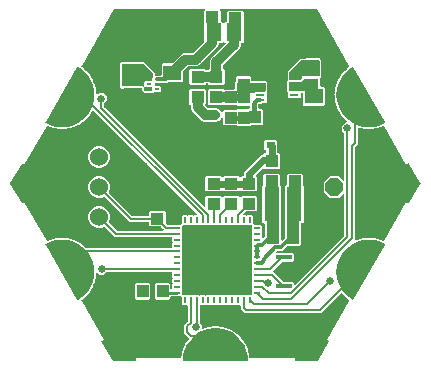
<source format=gbr>
G04 EAGLE Gerber RS-274X export*
G75*
%MOMM*%
%FSLAX34Y34*%
%LPD*%
%INBottom Copper*%
%IPPOS*%
%AMOC8*
5,1,8,0,0,1.08239X$1,22.5*%
G01*
%ADD10R,1.100000X1.000000*%
%ADD11R,1.399997X0.400000*%
%ADD12R,0.550000X0.254000*%
%ADD13R,0.254000X0.550000*%
%ADD14R,5.600000X5.600000*%
%ADD15P,1.649562X8X22.500000*%
%ADD16R,1.000000X1.100000*%
%ADD17C,1.524000*%
%ADD18C,1.000000*%
%ADD19R,0.800000X0.500000*%
%ADD20R,1.500000X1.300000*%
%ADD21R,0.460000X0.180000*%
%ADD22R,1.300000X1.500000*%
%ADD23R,0.970000X0.900000*%
%ADD24R,0.800000X0.230000*%
%ADD25R,1.630000X2.600000*%
%ADD26C,0.756400*%
%ADD27C,0.812800*%
%ADD28C,0.508000*%
%ADD29C,0.656400*%
%ADD30C,0.254000*%
%ADD31C,0.609600*%
%ADD32C,0.203200*%
%ADD33C,0.304800*%
%ADD34C,0.406400*%

G36*
X68133Y64025D02*
X68133Y64025D01*
X68204Y64030D01*
X68252Y64051D01*
X68303Y64062D01*
X68365Y64099D01*
X68431Y64127D01*
X68487Y64171D01*
X68514Y64188D01*
X68530Y64206D01*
X68562Y64232D01*
X109837Y105507D01*
X109890Y105580D01*
X109949Y105650D01*
X109961Y105680D01*
X109980Y105706D01*
X110007Y105793D01*
X110041Y105878D01*
X110046Y105919D01*
X110053Y105941D01*
X110052Y105974D01*
X110060Y106045D01*
X110060Y140533D01*
X110048Y140604D01*
X110046Y140675D01*
X110028Y140724D01*
X110020Y140776D01*
X109986Y140839D01*
X109962Y140906D01*
X109929Y140947D01*
X109905Y140993D01*
X109853Y141043D01*
X109808Y141099D01*
X109764Y141127D01*
X109726Y141163D01*
X109662Y141193D01*
X109601Y141232D01*
X109551Y141244D01*
X109503Y141266D01*
X109432Y141274D01*
X109363Y141292D01*
X109311Y141288D01*
X109259Y141293D01*
X109189Y141278D01*
X109117Y141272D01*
X109070Y141252D01*
X109019Y141241D01*
X108957Y141204D01*
X108891Y141176D01*
X108835Y141131D01*
X108807Y141115D01*
X108792Y141097D01*
X108760Y141071D01*
X105388Y137699D01*
X97812Y137699D01*
X92455Y143056D01*
X92455Y150632D01*
X97812Y155988D01*
X105388Y155988D01*
X108760Y152616D01*
X108818Y152574D01*
X108870Y152525D01*
X108918Y152503D01*
X108960Y152473D01*
X109028Y152452D01*
X109093Y152421D01*
X109145Y152416D01*
X109195Y152400D01*
X109267Y152402D01*
X109338Y152394D01*
X109389Y152405D01*
X109441Y152407D01*
X109508Y152431D01*
X109578Y152446D01*
X109623Y152473D01*
X109672Y152491D01*
X109728Y152536D01*
X109789Y152573D01*
X109823Y152612D01*
X109864Y152645D01*
X109903Y152705D01*
X109949Y152760D01*
X109969Y152808D01*
X109997Y152852D01*
X110014Y152921D01*
X110041Y152988D01*
X110049Y153059D01*
X110057Y153090D01*
X110055Y153114D01*
X110060Y153154D01*
X110060Y192168D01*
X110045Y192258D01*
X110038Y192349D01*
X110025Y192379D01*
X110020Y192411D01*
X109977Y192491D01*
X109942Y192575D01*
X109916Y192607D01*
X109905Y192628D01*
X109881Y192650D01*
X109837Y192706D01*
X107794Y194749D01*
X107794Y198731D01*
X110609Y201547D01*
X111309Y201547D01*
X111399Y201562D01*
X111489Y201569D01*
X111520Y201581D01*
X111552Y201587D01*
X111632Y201629D01*
X111716Y201664D01*
X111740Y201686D01*
X111770Y201702D01*
X111832Y201767D01*
X111900Y201828D01*
X111916Y201856D01*
X111939Y201880D01*
X111977Y201962D01*
X112022Y202041D01*
X112029Y202073D01*
X112043Y202103D01*
X112052Y202193D01*
X112070Y202282D01*
X112067Y202324D01*
X112070Y202348D01*
X112063Y202379D01*
X112057Y202449D01*
X112024Y202626D01*
X112012Y202659D01*
X112008Y202693D01*
X111970Y202774D01*
X111940Y202857D01*
X111918Y202885D01*
X111904Y202916D01*
X111794Y203043D01*
X110179Y204543D01*
X110150Y204562D01*
X110126Y204587D01*
X110048Y204630D01*
X109974Y204679D01*
X109940Y204688D01*
X109910Y204704D01*
X109832Y204722D01*
X109431Y205225D01*
X109407Y205247D01*
X109354Y205308D01*
X108885Y205744D01*
X108864Y205813D01*
X108846Y205900D01*
X108829Y205930D01*
X108819Y205963D01*
X108730Y206105D01*
X107356Y207829D01*
X107330Y207852D01*
X107311Y207881D01*
X107240Y207934D01*
X107174Y207994D01*
X107142Y208008D01*
X107114Y208029D01*
X107040Y208058D01*
X106719Y208615D01*
X106698Y208641D01*
X106655Y208709D01*
X106255Y209210D01*
X106245Y209281D01*
X106241Y209370D01*
X106228Y209402D01*
X106223Y209436D01*
X106156Y209590D01*
X105055Y211499D01*
X105033Y211526D01*
X105018Y211557D01*
X104955Y211621D01*
X104899Y211690D01*
X104870Y211708D01*
X104845Y211733D01*
X104776Y211772D01*
X104542Y212372D01*
X104525Y212400D01*
X104523Y212403D01*
X104523Y212404D01*
X104522Y212406D01*
X104492Y212474D01*
X104172Y213029D01*
X104173Y213101D01*
X104182Y213189D01*
X104174Y213223D01*
X104174Y213258D01*
X104131Y213420D01*
X103326Y215472D01*
X103308Y215502D01*
X103298Y215535D01*
X103246Y215606D01*
X103200Y215683D01*
X103174Y215706D01*
X103154Y215734D01*
X103092Y215783D01*
X102949Y216411D01*
X102936Y216441D01*
X102915Y216519D01*
X102681Y217116D01*
X102693Y217187D01*
X102715Y217273D01*
X102712Y217307D01*
X102718Y217342D01*
X102699Y217508D01*
X102209Y219657D01*
X102196Y219689D01*
X102190Y219724D01*
X102150Y219803D01*
X102116Y219885D01*
X102093Y219911D01*
X102078Y219942D01*
X102024Y220000D01*
X101976Y220642D01*
X101968Y220674D01*
X101959Y220755D01*
X101816Y221379D01*
X101838Y221447D01*
X101873Y221529D01*
X101875Y221564D01*
X101886Y221597D01*
X101892Y221765D01*
X101728Y223963D01*
X101720Y223996D01*
X101720Y224031D01*
X101691Y224115D01*
X101670Y224202D01*
X101652Y224231D01*
X101641Y224264D01*
X101596Y224329D01*
X101644Y224971D01*
X101641Y225004D01*
X101644Y225085D01*
X101596Y225724D01*
X101628Y225788D01*
X101675Y225864D01*
X101682Y225898D01*
X101698Y225929D01*
X101729Y226094D01*
X101894Y228291D01*
X101891Y228326D01*
X101896Y228360D01*
X101880Y228448D01*
X101873Y228537D01*
X101859Y228568D01*
X101853Y228602D01*
X101818Y228674D01*
X101961Y229301D01*
X101964Y229334D01*
X101978Y229414D01*
X102026Y230052D01*
X102067Y230111D01*
X102125Y230179D01*
X102137Y230212D01*
X102157Y230240D01*
X102212Y230399D01*
X102703Y232547D01*
X102706Y232582D01*
X102716Y232615D01*
X102713Y232704D01*
X102719Y232793D01*
X102710Y232826D01*
X102709Y232861D01*
X102685Y232937D01*
X102921Y233536D01*
X102928Y233568D01*
X102954Y233645D01*
X103097Y234269D01*
X103146Y234321D01*
X103213Y234380D01*
X103230Y234410D01*
X103254Y234435D01*
X103332Y234583D01*
X104138Y236635D01*
X104145Y236669D01*
X104160Y236700D01*
X104171Y236788D01*
X104190Y236875D01*
X104186Y236910D01*
X104190Y236944D01*
X104178Y237023D01*
X104500Y237580D01*
X104512Y237611D01*
X104550Y237683D01*
X104784Y238279D01*
X104840Y238323D01*
X104915Y238371D01*
X104937Y238398D01*
X104964Y238420D01*
X105063Y238555D01*
X106166Y240463D01*
X106178Y240496D01*
X106198Y240524D01*
X106222Y240610D01*
X106253Y240693D01*
X106254Y240728D01*
X106264Y240761D01*
X106264Y240841D01*
X106665Y241344D01*
X106678Y241367D01*
X106695Y241385D01*
X106703Y241403D01*
X106729Y241438D01*
X107049Y241992D01*
X107112Y242027D01*
X107193Y242064D01*
X107218Y242088D01*
X107249Y242105D01*
X107367Y242223D01*
X108742Y243946D01*
X108759Y243977D01*
X108782Y244002D01*
X108819Y244083D01*
X108862Y244161D01*
X108869Y244195D01*
X108883Y244227D01*
X108895Y244305D01*
X109366Y244743D01*
X109387Y244769D01*
X109444Y244826D01*
X109843Y245327D01*
X109910Y245352D01*
X109996Y245376D01*
X110025Y245396D01*
X110057Y245408D01*
X110192Y245508D01*
X111808Y247007D01*
X111829Y247034D01*
X111856Y247056D01*
X111904Y247131D01*
X111959Y247201D01*
X111970Y247234D01*
X111989Y247263D01*
X112012Y247339D01*
X112544Y247701D01*
X112568Y247724D01*
X112633Y247772D01*
X113103Y248207D01*
X113173Y248223D01*
X113261Y248234D01*
X113293Y248249D01*
X113326Y248256D01*
X113475Y248335D01*
X113930Y248645D01*
X114012Y248724D01*
X114097Y248801D01*
X114102Y248809D01*
X114108Y248814D01*
X114161Y248915D01*
X114217Y249016D01*
X114219Y249024D01*
X114223Y249032D01*
X114241Y249145D01*
X114262Y249257D01*
X114261Y249266D01*
X114262Y249275D01*
X114244Y249388D01*
X114228Y249501D01*
X114224Y249511D01*
X114222Y249517D01*
X114212Y249538D01*
X114160Y249655D01*
X86458Y297637D01*
X86415Y297690D01*
X86381Y297748D01*
X86338Y297784D01*
X86303Y297828D01*
X86245Y297864D01*
X86194Y297908D01*
X86142Y297929D01*
X86094Y297958D01*
X86028Y297974D01*
X85966Y298000D01*
X85887Y298008D01*
X85855Y298016D01*
X85834Y298014D01*
X85799Y298018D01*
X5170Y298018D01*
X5099Y298006D01*
X5027Y298005D01*
X4978Y297987D01*
X4927Y297978D01*
X4864Y297945D01*
X4796Y297920D01*
X4756Y297888D01*
X4710Y297863D01*
X4660Y297811D01*
X4604Y297766D01*
X4576Y297723D01*
X4540Y297685D01*
X4510Y297620D01*
X4471Y297559D01*
X4459Y297509D01*
X4437Y297462D01*
X4429Y297391D01*
X4411Y297321D01*
X4415Y297269D01*
X4410Y297217D01*
X4425Y297147D01*
X4430Y297076D01*
X4451Y297028D01*
X4462Y296977D01*
X4499Y296915D01*
X4527Y296849D01*
X4572Y296793D01*
X4588Y296766D01*
X4606Y296751D01*
X4632Y296718D01*
X5206Y296144D01*
X5206Y287598D01*
X5209Y287579D01*
X5207Y287559D01*
X5229Y287458D01*
X5246Y287356D01*
X5255Y287338D01*
X5259Y287319D01*
X5312Y287230D01*
X5361Y287138D01*
X5375Y287125D01*
X5385Y287108D01*
X5464Y287040D01*
X5539Y286969D01*
X5557Y286961D01*
X5572Y286948D01*
X5669Y286909D01*
X5762Y286865D01*
X5782Y286863D01*
X5801Y286856D01*
X5967Y286837D01*
X6313Y286837D01*
X7399Y285751D01*
X7415Y285739D01*
X7428Y285724D01*
X7515Y285667D01*
X7599Y285607D01*
X7618Y285601D01*
X7635Y285591D01*
X7735Y285565D01*
X7834Y285535D01*
X7854Y285535D01*
X7873Y285531D01*
X7976Y285539D01*
X8080Y285541D01*
X8099Y285548D01*
X8119Y285550D01*
X8213Y285590D01*
X8311Y285626D01*
X8327Y285638D01*
X8345Y285646D01*
X8476Y285751D01*
X9562Y286837D01*
X9908Y286837D01*
X9927Y286840D01*
X9947Y286838D01*
X10048Y286860D01*
X10151Y286877D01*
X10168Y286886D01*
X10188Y286891D01*
X10277Y286944D01*
X10368Y286992D01*
X10382Y287006D01*
X10399Y287017D01*
X10466Y287095D01*
X10537Y287170D01*
X10546Y287188D01*
X10559Y287204D01*
X10597Y287300D01*
X10641Y287393D01*
X10643Y287413D01*
X10651Y287432D01*
X10669Y287598D01*
X10669Y295350D01*
X11562Y296243D01*
X23825Y296243D01*
X24718Y295350D01*
X24718Y269681D01*
X23825Y268788D01*
X23044Y268788D01*
X23024Y268785D01*
X23004Y268787D01*
X22903Y268765D01*
X22801Y268748D01*
X22783Y268739D01*
X22764Y268734D01*
X22675Y268681D01*
X22584Y268633D01*
X22570Y268619D01*
X22553Y268608D01*
X22485Y268530D01*
X22414Y268455D01*
X22406Y268437D01*
X22393Y268421D01*
X22354Y268325D01*
X22311Y268232D01*
X22308Y268212D01*
X22301Y268193D01*
X22282Y268027D01*
X22282Y266407D01*
X21432Y264353D01*
X7399Y250321D01*
X7346Y250247D01*
X7287Y250177D01*
X7274Y250147D01*
X7256Y250121D01*
X7229Y250034D01*
X7195Y249949D01*
X7190Y249908D01*
X7183Y249886D01*
X7184Y249854D01*
X7176Y249782D01*
X7176Y247561D01*
X7179Y247541D01*
X7177Y247522D01*
X7199Y247420D01*
X7216Y247318D01*
X7225Y247301D01*
X7230Y247281D01*
X7283Y247192D01*
X7331Y247101D01*
X7345Y247087D01*
X7356Y247070D01*
X7434Y247003D01*
X7509Y246931D01*
X7527Y246923D01*
X7543Y246910D01*
X7639Y246871D01*
X7655Y246864D01*
X8612Y245907D01*
X8612Y234643D01*
X7719Y233750D01*
X-4544Y233750D01*
X-5257Y234463D01*
X-5331Y234516D01*
X-5401Y234576D01*
X-5431Y234588D01*
X-5457Y234607D01*
X-5544Y234634D01*
X-5629Y234668D01*
X-5670Y234672D01*
X-5692Y234679D01*
X-5724Y234678D01*
X-5795Y234686D01*
X-6905Y234686D01*
X-6995Y234672D01*
X-7086Y234664D01*
X-7115Y234652D01*
X-7147Y234647D01*
X-7228Y234604D01*
X-7312Y234568D01*
X-7344Y234542D01*
X-7365Y234531D01*
X-7387Y234508D01*
X-7443Y234463D01*
X-8156Y233750D01*
X-20419Y233750D01*
X-21312Y234643D01*
X-21312Y245907D01*
X-20419Y246800D01*
X-8156Y246800D01*
X-7443Y246087D01*
X-7369Y246034D01*
X-7299Y245974D01*
X-7269Y245962D01*
X-7243Y245943D01*
X-7156Y245916D01*
X-7071Y245882D01*
X-7030Y245878D01*
X-7008Y245871D01*
X-6976Y245872D01*
X-6905Y245864D01*
X-5795Y245864D01*
X-5705Y245878D01*
X-5614Y245886D01*
X-5585Y245898D01*
X-5553Y245903D01*
X-5472Y245946D01*
X-5388Y245982D01*
X-5356Y246008D01*
X-5335Y246019D01*
X-5313Y246042D01*
X-5257Y246087D01*
X-4493Y246851D01*
X-4483Y246853D01*
X-4394Y246906D01*
X-4302Y246955D01*
X-4289Y246969D01*
X-4272Y246979D01*
X-4204Y247058D01*
X-4133Y247133D01*
X-4125Y247151D01*
X-4112Y247166D01*
X-4073Y247262D01*
X-4029Y247356D01*
X-4027Y247376D01*
X-4020Y247394D01*
X-4001Y247561D01*
X-4001Y253524D01*
X-3150Y255578D01*
X9272Y268001D01*
X9284Y268017D01*
X9300Y268030D01*
X9356Y268117D01*
X9416Y268201D01*
X9422Y268220D01*
X9433Y268237D01*
X9458Y268337D01*
X9488Y268436D01*
X9488Y268456D01*
X9493Y268475D01*
X9485Y268578D01*
X9482Y268682D01*
X9475Y268700D01*
X9474Y268720D01*
X9433Y268815D01*
X9397Y268913D01*
X9385Y268928D01*
X9377Y268947D01*
X9272Y269078D01*
X8476Y269874D01*
X8460Y269886D01*
X8447Y269901D01*
X8360Y269957D01*
X8276Y270018D01*
X8257Y270024D01*
X8240Y270034D01*
X8140Y270060D01*
X8041Y270090D01*
X8021Y270090D01*
X8002Y270094D01*
X7899Y270086D01*
X7795Y270084D01*
X7776Y270077D01*
X7757Y270075D01*
X7662Y270035D01*
X7564Y269999D01*
X7548Y269987D01*
X7530Y269979D01*
X7399Y269874D01*
X6313Y268788D01*
X4531Y268788D01*
X4512Y268785D01*
X4492Y268787D01*
X4391Y268765D01*
X4288Y268748D01*
X4271Y268739D01*
X4251Y268734D01*
X4162Y268681D01*
X4071Y268633D01*
X4057Y268619D01*
X4040Y268608D01*
X3973Y268530D01*
X3902Y268455D01*
X3893Y268437D01*
X3880Y268421D01*
X3842Y268325D01*
X3798Y268232D01*
X3796Y268212D01*
X3788Y268193D01*
X3770Y268027D01*
X3770Y267895D01*
X2919Y265840D01*
X-11211Y251710D01*
X-12890Y250031D01*
X-14945Y249180D01*
X-21976Y249180D01*
X-22066Y249165D01*
X-22157Y249158D01*
X-22187Y249146D01*
X-22219Y249140D01*
X-22299Y249098D01*
X-22383Y249062D01*
X-22415Y249036D01*
X-22436Y249025D01*
X-22458Y249002D01*
X-22514Y248957D01*
X-26471Y245000D01*
X-26524Y244926D01*
X-26584Y244857D01*
X-26596Y244827D01*
X-26615Y244801D01*
X-26641Y244714D01*
X-26676Y244629D01*
X-26680Y244588D01*
X-26687Y244565D01*
X-26686Y244533D01*
X-26694Y244462D01*
X-26694Y236525D01*
X-27587Y235632D01*
X-39117Y235632D01*
X-39207Y235617D01*
X-39298Y235610D01*
X-39327Y235597D01*
X-39359Y235592D01*
X-39440Y235549D01*
X-39524Y235513D01*
X-39556Y235488D01*
X-39577Y235477D01*
X-39599Y235453D01*
X-39655Y235409D01*
X-39956Y235108D01*
X-49721Y235108D01*
X-49740Y235104D01*
X-49760Y235106D01*
X-49861Y235084D01*
X-49963Y235068D01*
X-49981Y235058D01*
X-50000Y235054D01*
X-50089Y235001D01*
X-50181Y234953D01*
X-50194Y234938D01*
X-50211Y234928D01*
X-50279Y234849D01*
X-50350Y234774D01*
X-50358Y234756D01*
X-50371Y234741D01*
X-50410Y234645D01*
X-50454Y234551D01*
X-50456Y234532D01*
X-50463Y234513D01*
X-50482Y234346D01*
X-50482Y233342D01*
X-50479Y233323D01*
X-50481Y233303D01*
X-50459Y233202D01*
X-50442Y233099D01*
X-50433Y233082D01*
X-50428Y233062D01*
X-50375Y232973D01*
X-50327Y232882D01*
X-50313Y232868D01*
X-50302Y232851D01*
X-50224Y232784D01*
X-50149Y232713D01*
X-50131Y232704D01*
X-50115Y232691D01*
X-50019Y232653D01*
X-49926Y232609D01*
X-49906Y232607D01*
X-49887Y232599D01*
X-49721Y232581D01*
X-46056Y232581D01*
X-45163Y231688D01*
X-45163Y228625D01*
X-46056Y227732D01*
X-50246Y227732D01*
X-50336Y227717D01*
X-50427Y227710D01*
X-50456Y227697D01*
X-50488Y227692D01*
X-50569Y227649D01*
X-50653Y227613D01*
X-50685Y227588D01*
X-50706Y227577D01*
X-50728Y227553D01*
X-50784Y227509D01*
X-51598Y226694D01*
X-59527Y226694D01*
X-62479Y229646D01*
X-62553Y229699D01*
X-62622Y229759D01*
X-62652Y229771D01*
X-62679Y229790D01*
X-62766Y229817D01*
X-62850Y229851D01*
X-62891Y229855D01*
X-62914Y229862D01*
X-62946Y229861D01*
X-63017Y229869D01*
X-78577Y229869D01*
X-79693Y230986D01*
X-79693Y251614D01*
X-78577Y252731D01*
X-59536Y252731D01*
X-50482Y243677D01*
X-50482Y241966D01*
X-50479Y241947D01*
X-50481Y241927D01*
X-50459Y241826D01*
X-50442Y241723D01*
X-50433Y241706D01*
X-50428Y241686D01*
X-50375Y241597D01*
X-50327Y241506D01*
X-50313Y241492D01*
X-50302Y241475D01*
X-50224Y241408D01*
X-50149Y241337D01*
X-50131Y241328D01*
X-50115Y241315D01*
X-50019Y241277D01*
X-49926Y241233D01*
X-49906Y241231D01*
X-49887Y241223D01*
X-49721Y241205D01*
X-45505Y241205D01*
X-45485Y241208D01*
X-45465Y241206D01*
X-45364Y241228D01*
X-45262Y241245D01*
X-45244Y241254D01*
X-45225Y241258D01*
X-45136Y241311D01*
X-45045Y241360D01*
X-45031Y241374D01*
X-45014Y241384D01*
X-44946Y241463D01*
X-44875Y241538D01*
X-44867Y241556D01*
X-44854Y241571D01*
X-44815Y241668D01*
X-44772Y241761D01*
X-44769Y241781D01*
X-44762Y241800D01*
X-44743Y241966D01*
X-44743Y250788D01*
X-43850Y251681D01*
X-35913Y251681D01*
X-35823Y251696D01*
X-35732Y251703D01*
X-35702Y251715D01*
X-35670Y251721D01*
X-35590Y251763D01*
X-35506Y251799D01*
X-35474Y251825D01*
X-35453Y251836D01*
X-35431Y251859D01*
X-35375Y251904D01*
X-27772Y259507D01*
X-25718Y260357D01*
X-18687Y260357D01*
X-18596Y260372D01*
X-18506Y260379D01*
X-18476Y260392D01*
X-18444Y260397D01*
X-18363Y260440D01*
X-18279Y260476D01*
X-18247Y260501D01*
X-18226Y260512D01*
X-18204Y260536D01*
X-18148Y260580D01*
X-9066Y269662D01*
X-9013Y269736D01*
X-8954Y269806D01*
X-8942Y269836D01*
X-8923Y269862D01*
X-8896Y269949D01*
X-8862Y270034D01*
X-8857Y270075D01*
X-8851Y270097D01*
X-8851Y270129D01*
X-8843Y270200D01*
X-8843Y296144D01*
X-8269Y296718D01*
X-8227Y296777D01*
X-8178Y296829D01*
X-8156Y296876D01*
X-8126Y296918D01*
X-8104Y296987D01*
X-8074Y297052D01*
X-8068Y297104D01*
X-8053Y297153D01*
X-8055Y297225D01*
X-8047Y297296D01*
X-8058Y297347D01*
X-8060Y297399D01*
X-8084Y297467D01*
X-8099Y297537D01*
X-8126Y297581D01*
X-8144Y297630D01*
X-8189Y297686D01*
X-8226Y297748D01*
X-8265Y297782D01*
X-8298Y297822D01*
X-8358Y297861D01*
X-8412Y297908D01*
X-8461Y297927D01*
X-8505Y297955D01*
X-8574Y297973D01*
X-8641Y298000D01*
X-8712Y298007D01*
X-8743Y298015D01*
X-8766Y298013D01*
X-8807Y298018D01*
X-84212Y298018D01*
X-84278Y298007D01*
X-84346Y298006D01*
X-84399Y297987D01*
X-84454Y297978D01*
X-84514Y297947D01*
X-84578Y297924D01*
X-84622Y297889D01*
X-84672Y297863D01*
X-84718Y297814D01*
X-84771Y297773D01*
X-84818Y297709D01*
X-84841Y297685D01*
X-84850Y297666D01*
X-84871Y297637D01*
X-112573Y249655D01*
X-112613Y249547D01*
X-112656Y249441D01*
X-112657Y249433D01*
X-112660Y249425D01*
X-112664Y249310D01*
X-112671Y249196D01*
X-112669Y249187D01*
X-112669Y249179D01*
X-112636Y249069D01*
X-112606Y248959D01*
X-112602Y248951D01*
X-112599Y248943D01*
X-112533Y248849D01*
X-112470Y248754D01*
X-112462Y248747D01*
X-112458Y248742D01*
X-112439Y248728D01*
X-112342Y248645D01*
X-111887Y248335D01*
X-111856Y248320D01*
X-111828Y248299D01*
X-111745Y248268D01*
X-111664Y248231D01*
X-111630Y248227D01*
X-111597Y248215D01*
X-111518Y248210D01*
X-111046Y247772D01*
X-111018Y247754D01*
X-110957Y247701D01*
X-110428Y247340D01*
X-110397Y247276D01*
X-110367Y247192D01*
X-110345Y247165D01*
X-110330Y247134D01*
X-110220Y247007D01*
X-108604Y245508D01*
X-108575Y245489D01*
X-108552Y245463D01*
X-108473Y245421D01*
X-108399Y245372D01*
X-108366Y245363D01*
X-108335Y245347D01*
X-108258Y245329D01*
X-107856Y244826D01*
X-107832Y244804D01*
X-107779Y244743D01*
X-107309Y244307D01*
X-107289Y244239D01*
X-107271Y244151D01*
X-107254Y244121D01*
X-107244Y244088D01*
X-107154Y243946D01*
X-105780Y242223D01*
X-105754Y242200D01*
X-105734Y242172D01*
X-105663Y242118D01*
X-105597Y242058D01*
X-105565Y242045D01*
X-105537Y242024D01*
X-105464Y241995D01*
X-105142Y241438D01*
X-105121Y241412D01*
X-105077Y241344D01*
X-104678Y240843D01*
X-104668Y240772D01*
X-104663Y240683D01*
X-104651Y240651D01*
X-104646Y240617D01*
X-104579Y240463D01*
X-103476Y238555D01*
X-103454Y238528D01*
X-103439Y238497D01*
X-103376Y238433D01*
X-103320Y238364D01*
X-103291Y238346D01*
X-103266Y238321D01*
X-103198Y238282D01*
X-102962Y237683D01*
X-102945Y237654D01*
X-102913Y237580D01*
X-102592Y237026D01*
X-102593Y236954D01*
X-102602Y236865D01*
X-102594Y236831D01*
X-102594Y236797D01*
X-102551Y236635D01*
X-101745Y234583D01*
X-101727Y234554D01*
X-101717Y234521D01*
X-101664Y234448D01*
X-101619Y234372D01*
X-101593Y234349D01*
X-101572Y234321D01*
X-101510Y234272D01*
X-101367Y233645D01*
X-101354Y233614D01*
X-101333Y233536D01*
X-101099Y232940D01*
X-101110Y232869D01*
X-101132Y232783D01*
X-101130Y232748D01*
X-101135Y232714D01*
X-101116Y232547D01*
X-100625Y230399D01*
X-100612Y230366D01*
X-100606Y230332D01*
X-100566Y230253D01*
X-100532Y230171D01*
X-100509Y230144D01*
X-100493Y230114D01*
X-100439Y230056D01*
X-100391Y229414D01*
X-100383Y229382D01*
X-100374Y229301D01*
X-100231Y228677D01*
X-100253Y228609D01*
X-100287Y228527D01*
X-100290Y228492D01*
X-100301Y228459D01*
X-100306Y228291D01*
X-100154Y226269D01*
X-100144Y226227D01*
X-100143Y226184D01*
X-100115Y226108D01*
X-100096Y226030D01*
X-100073Y225993D01*
X-100058Y225953D01*
X-100008Y225890D01*
X-99965Y225822D01*
X-99932Y225794D01*
X-99905Y225761D01*
X-99837Y225717D01*
X-99775Y225666D01*
X-99734Y225651D01*
X-99698Y225628D01*
X-99620Y225608D01*
X-99545Y225580D01*
X-99501Y225578D01*
X-99459Y225568D01*
X-99379Y225574D01*
X-99299Y225571D01*
X-99257Y225583D01*
X-99214Y225587D01*
X-99140Y225618D01*
X-99063Y225641D01*
X-99028Y225666D01*
X-98988Y225683D01*
X-98872Y225776D01*
X-98862Y225783D01*
X-98860Y225785D01*
X-98857Y225788D01*
X-98060Y226585D01*
X-94078Y226585D01*
X-91262Y223769D01*
X-91262Y219787D01*
X-93306Y217744D01*
X-93359Y217670D01*
X-93418Y217600D01*
X-93430Y217570D01*
X-93449Y217544D01*
X-93476Y217457D01*
X-93510Y217372D01*
X-93515Y217331D01*
X-93521Y217309D01*
X-93521Y217277D01*
X-93528Y217205D01*
X-93528Y215274D01*
X-93514Y215184D01*
X-93507Y215093D01*
X-93494Y215063D01*
X-93489Y215031D01*
X-93446Y214951D01*
X-93410Y214867D01*
X-93385Y214835D01*
X-93374Y214814D01*
X-93350Y214792D01*
X-93306Y214736D01*
X-9118Y130548D01*
X-9060Y130506D01*
X-9008Y130457D01*
X-8960Y130435D01*
X-8918Y130405D01*
X-8850Y130384D01*
X-8785Y130353D01*
X-8733Y130348D01*
X-8683Y130332D01*
X-8611Y130334D01*
X-8540Y130326D01*
X-8489Y130337D01*
X-8437Y130339D01*
X-8370Y130363D01*
X-8300Y130379D01*
X-8255Y130405D01*
X-8206Y130423D01*
X-8150Y130468D01*
X-8089Y130505D01*
X-8055Y130544D01*
X-8014Y130577D01*
X-7976Y130637D01*
X-7929Y130692D01*
X-7909Y130740D01*
X-7881Y130784D01*
X-7864Y130853D01*
X-7837Y130920D01*
X-7829Y130991D01*
X-7821Y131022D01*
X-7823Y131046D01*
X-7818Y131087D01*
X-7818Y138419D01*
X-6925Y139312D01*
X5338Y139312D01*
X6209Y138441D01*
X6225Y138430D01*
X6237Y138414D01*
X6324Y138358D01*
X6408Y138298D01*
X6427Y138292D01*
X6444Y138281D01*
X6545Y138256D01*
X6643Y138226D01*
X6663Y138226D01*
X6683Y138221D01*
X6786Y138229D01*
X6889Y138232D01*
X6908Y138239D01*
X6928Y138240D01*
X7023Y138281D01*
X7120Y138316D01*
X7136Y138329D01*
X7154Y138337D01*
X7285Y138441D01*
X8156Y139312D01*
X20419Y139312D01*
X21290Y138441D01*
X21306Y138430D01*
X21318Y138414D01*
X21406Y138358D01*
X21490Y138298D01*
X21509Y138292D01*
X21525Y138281D01*
X21626Y138256D01*
X21725Y138226D01*
X21745Y138226D01*
X21764Y138221D01*
X21867Y138229D01*
X21971Y138232D01*
X21989Y138239D01*
X22009Y138240D01*
X22104Y138281D01*
X22202Y138316D01*
X22217Y138329D01*
X22235Y138337D01*
X22366Y138441D01*
X23237Y139312D01*
X35500Y139312D01*
X36393Y138419D01*
X36393Y127156D01*
X35500Y126263D01*
X26752Y126263D01*
X26662Y126248D01*
X26571Y126241D01*
X26542Y126228D01*
X26510Y126223D01*
X26429Y126180D01*
X26345Y126145D01*
X26313Y126119D01*
X26292Y126108D01*
X26270Y126085D01*
X26214Y126040D01*
X24480Y124306D01*
X24438Y124247D01*
X24389Y124195D01*
X24367Y124148D01*
X24336Y124106D01*
X24315Y124037D01*
X24285Y123972D01*
X24279Y123920D01*
X24264Y123871D01*
X24266Y123799D01*
X24258Y123728D01*
X24269Y123677D01*
X24270Y123625D01*
X24295Y123557D01*
X24310Y123487D01*
X24337Y123443D01*
X24355Y123394D01*
X24400Y123338D01*
X24436Y123276D01*
X24476Y123242D01*
X24509Y123202D01*
X24569Y123163D01*
X24623Y123116D01*
X24672Y123097D01*
X24715Y123069D01*
X24785Y123051D01*
X24851Y123024D01*
X24923Y123017D01*
X24954Y123009D01*
X24977Y123011D01*
X25018Y123006D01*
X26789Y123006D01*
X26849Y122945D01*
X26866Y122934D01*
X26878Y122918D01*
X26965Y122862D01*
X27049Y122802D01*
X27068Y122796D01*
X27085Y122785D01*
X27185Y122760D01*
X27284Y122729D01*
X27304Y122730D01*
X27324Y122725D01*
X27427Y122733D01*
X27530Y122736D01*
X27549Y122743D01*
X27569Y122744D01*
X27664Y122785D01*
X27761Y122820D01*
X27777Y122833D01*
X27795Y122841D01*
X27926Y122945D01*
X27987Y123006D01*
X31790Y123006D01*
X32683Y122113D01*
X32683Y115994D01*
X32686Y115975D01*
X32684Y115955D01*
X32706Y115854D01*
X32723Y115751D01*
X32732Y115734D01*
X32736Y115714D01*
X32789Y115625D01*
X32838Y115534D01*
X32852Y115520D01*
X32862Y115503D01*
X32941Y115436D01*
X33016Y115365D01*
X33034Y115356D01*
X33049Y115343D01*
X33146Y115305D01*
X33239Y115261D01*
X33259Y115259D01*
X33278Y115251D01*
X33444Y115233D01*
X39563Y115233D01*
X40456Y114340D01*
X40456Y110537D01*
X40395Y110476D01*
X40384Y110460D01*
X40368Y110447D01*
X40312Y110360D01*
X40252Y110276D01*
X40246Y110257D01*
X40235Y110241D01*
X40210Y110140D01*
X40179Y110041D01*
X40180Y110021D01*
X40175Y110002D01*
X40183Y109899D01*
X40186Y109795D01*
X40193Y109777D01*
X40194Y109757D01*
X40235Y109662D01*
X40270Y109564D01*
X40283Y109549D01*
X40291Y109530D01*
X40395Y109399D01*
X40456Y109339D01*
X40456Y105536D01*
X40395Y105475D01*
X40383Y105458D01*
X40368Y105446D01*
X40312Y105359D01*
X40251Y105275D01*
X40245Y105256D01*
X40235Y105239D01*
X40209Y105139D01*
X40179Y105040D01*
X40179Y105020D01*
X40175Y105000D01*
X40183Y104897D01*
X40185Y104794D01*
X40192Y104775D01*
X40194Y104755D01*
X40234Y104660D01*
X40270Y104563D01*
X40282Y104547D01*
X40290Y104529D01*
X40395Y104398D01*
X40494Y104299D01*
X40496Y104286D01*
X40529Y104223D01*
X40554Y104155D01*
X40586Y104115D01*
X40611Y104069D01*
X40663Y104019D01*
X40708Y103963D01*
X40751Y103935D01*
X40789Y103899D01*
X40854Y103869D01*
X40915Y103830D01*
X40965Y103818D01*
X41012Y103796D01*
X41084Y103788D01*
X41153Y103770D01*
X41205Y103774D01*
X41257Y103769D01*
X41327Y103784D01*
X41398Y103789D01*
X41446Y103810D01*
X41497Y103821D01*
X41559Y103858D01*
X41625Y103886D01*
X41681Y103931D01*
X41708Y103947D01*
X41723Y103965D01*
X41756Y103991D01*
X42196Y104431D01*
X42249Y104505D01*
X42309Y104575D01*
X42321Y104605D01*
X42340Y104631D01*
X42366Y104718D01*
X42401Y104803D01*
X42405Y104844D01*
X42412Y104866D01*
X42411Y104898D01*
X42419Y104969D01*
X42419Y115627D01*
X42416Y115646D01*
X42418Y115666D01*
X42396Y115767D01*
X42379Y115869D01*
X42370Y115887D01*
X42366Y115906D01*
X42313Y115995D01*
X42264Y116087D01*
X42250Y116100D01*
X42240Y116117D01*
X42161Y116185D01*
X42086Y116256D01*
X42068Y116264D01*
X42053Y116277D01*
X41956Y116316D01*
X41863Y116360D01*
X41843Y116362D01*
X41824Y116369D01*
X41658Y116388D01*
X41312Y116388D01*
X40419Y117281D01*
X40419Y147832D01*
X41171Y148584D01*
X41224Y148658D01*
X41284Y148727D01*
X41296Y148757D01*
X41315Y148783D01*
X41341Y148870D01*
X41376Y148955D01*
X41380Y148996D01*
X41387Y149018D01*
X41386Y149051D01*
X41394Y149122D01*
X41394Y157469D01*
X42287Y158362D01*
X54550Y158362D01*
X55443Y157469D01*
X55443Y149172D01*
X55458Y149082D01*
X55465Y148991D01*
X55478Y148961D01*
X55483Y148929D01*
X55526Y148848D01*
X55562Y148765D01*
X55587Y148732D01*
X55598Y148712D01*
X55622Y148690D01*
X55666Y148634D01*
X56468Y147832D01*
X56468Y102345D01*
X56480Y102274D01*
X56482Y102202D01*
X56500Y102153D01*
X56508Y102102D01*
X56542Y102039D01*
X56566Y101971D01*
X56599Y101931D01*
X56623Y101885D01*
X56675Y101835D01*
X56720Y101779D01*
X56764Y101751D01*
X56802Y101715D01*
X56867Y101685D01*
X56927Y101646D01*
X56978Y101634D01*
X57025Y101612D01*
X57096Y101604D01*
X57166Y101586D01*
X57217Y101590D01*
X57269Y101585D01*
X57339Y101600D01*
X57411Y101605D01*
X57459Y101626D01*
X57510Y101637D01*
X57571Y101674D01*
X57637Y101702D01*
X57693Y101747D01*
X57721Y101763D01*
X57736Y101781D01*
X57768Y101807D01*
X59196Y103235D01*
X59249Y103309D01*
X59309Y103378D01*
X59321Y103408D01*
X59340Y103434D01*
X59366Y103521D01*
X59401Y103606D01*
X59405Y103647D01*
X59412Y103669D01*
X59411Y103702D01*
X59419Y103773D01*
X59419Y147832D01*
X60312Y148725D01*
X60477Y148725D01*
X60496Y148728D01*
X60516Y148726D01*
X60617Y148748D01*
X60719Y148764D01*
X60737Y148774D01*
X60756Y148778D01*
X60845Y148831D01*
X60937Y148880D01*
X60950Y148894D01*
X60967Y148904D01*
X61035Y148983D01*
X61106Y149058D01*
X61114Y149076D01*
X61127Y149091D01*
X61166Y149187D01*
X61210Y149281D01*
X61212Y149301D01*
X61219Y149319D01*
X61238Y149486D01*
X61238Y157469D01*
X62131Y158362D01*
X74394Y158362D01*
X75287Y157469D01*
X75287Y148328D01*
X75302Y148238D01*
X75309Y148147D01*
X75322Y148117D01*
X75327Y148085D01*
X75370Y148005D01*
X75405Y147921D01*
X75431Y147889D01*
X75442Y147868D01*
X75465Y147846D01*
X75468Y147842D01*
X75468Y117281D01*
X74575Y116388D01*
X74230Y116388D01*
X74210Y116385D01*
X74190Y116387D01*
X74089Y116365D01*
X73987Y116348D01*
X73969Y116339D01*
X73950Y116334D01*
X73861Y116281D01*
X73770Y116233D01*
X73756Y116219D01*
X73739Y116208D01*
X73671Y116130D01*
X73600Y116055D01*
X73592Y116037D01*
X73579Y116021D01*
X73540Y115925D01*
X73497Y115832D01*
X73494Y115812D01*
X73487Y115793D01*
X73468Y115627D01*
X73468Y98350D01*
X72575Y97457D01*
X62356Y97457D01*
X62266Y97442D01*
X62175Y97435D01*
X62146Y97422D01*
X62114Y97417D01*
X62033Y97374D01*
X61949Y97338D01*
X61917Y97313D01*
X61896Y97302D01*
X61874Y97278D01*
X61818Y97234D01*
X57469Y92885D01*
X53061Y92885D01*
X52972Y92870D01*
X52880Y92863D01*
X52851Y92850D01*
X52819Y92845D01*
X52738Y92802D01*
X52654Y92766D01*
X52622Y92741D01*
X52601Y92730D01*
X52579Y92706D01*
X52523Y92662D01*
X52092Y92231D01*
X52050Y92172D01*
X52001Y92120D01*
X51979Y92073D01*
X51949Y92031D01*
X51927Y91962D01*
X51897Y91897D01*
X51891Y91846D01*
X51876Y91796D01*
X51878Y91724D01*
X51870Y91653D01*
X51881Y91602D01*
X51883Y91550D01*
X51907Y91482D01*
X51922Y91412D01*
X51949Y91368D01*
X51967Y91319D01*
X52012Y91263D01*
X52049Y91201D01*
X52088Y91167D01*
X52121Y91127D01*
X52181Y91088D01*
X52235Y91041D01*
X52284Y91022D01*
X52328Y90994D01*
X52397Y90976D01*
X52464Y90949D01*
X52535Y90942D01*
X52566Y90934D01*
X52589Y90935D01*
X52630Y90931D01*
X66369Y90931D01*
X67262Y90038D01*
X67262Y84775D01*
X66369Y83881D01*
X57627Y83881D01*
X57537Y83867D01*
X57446Y83860D01*
X57417Y83847D01*
X57385Y83842D01*
X57304Y83799D01*
X57220Y83763D01*
X57188Y83738D01*
X57167Y83727D01*
X57145Y83703D01*
X57089Y83659D01*
X49699Y76269D01*
X49657Y76210D01*
X49608Y76158D01*
X49586Y76111D01*
X49556Y76069D01*
X49535Y76000D01*
X49504Y75935D01*
X49499Y75883D01*
X49483Y75834D01*
X49485Y75762D01*
X49477Y75691D01*
X49488Y75640D01*
X49490Y75588D01*
X49514Y75520D01*
X49529Y75450D01*
X49556Y75406D01*
X49574Y75357D01*
X49619Y75301D01*
X49656Y75239D01*
X49695Y75205D01*
X49728Y75165D01*
X49788Y75126D01*
X49843Y75079D01*
X49891Y75060D01*
X49935Y75032D01*
X50004Y75014D01*
X50035Y75002D01*
X57883Y67154D01*
X57957Y67101D01*
X58026Y67041D01*
X58056Y67029D01*
X58083Y67010D01*
X58170Y66984D01*
X58254Y66949D01*
X58295Y66945D01*
X58318Y66938D01*
X58350Y66939D01*
X58421Y66931D01*
X66369Y66931D01*
X67262Y66038D01*
X67262Y64770D01*
X67274Y64699D01*
X67276Y64627D01*
X67294Y64578D01*
X67302Y64527D01*
X67335Y64464D01*
X67360Y64396D01*
X67393Y64356D01*
X67417Y64310D01*
X67469Y64260D01*
X67514Y64204D01*
X67558Y64176D01*
X67595Y64140D01*
X67660Y64110D01*
X67721Y64071D01*
X67771Y64059D01*
X67818Y64037D01*
X67890Y64029D01*
X67959Y64011D01*
X68011Y64015D01*
X68063Y64010D01*
X68133Y64025D01*
G37*
G36*
X-36435Y94977D02*
X-36435Y94977D01*
X-36415Y94975D01*
X-36314Y94997D01*
X-36212Y95014D01*
X-36194Y95023D01*
X-36175Y95027D01*
X-36086Y95080D01*
X-35995Y95129D01*
X-35981Y95143D01*
X-35964Y95153D01*
X-35896Y95232D01*
X-35825Y95307D01*
X-35817Y95325D01*
X-35804Y95340D01*
X-35765Y95437D01*
X-35722Y95530D01*
X-35719Y95550D01*
X-35712Y95569D01*
X-35693Y95735D01*
X-35693Y99336D01*
X-35633Y99396D01*
X-35621Y99413D01*
X-35606Y99425D01*
X-35550Y99512D01*
X-35489Y99596D01*
X-35483Y99615D01*
X-35473Y99632D01*
X-35447Y99732D01*
X-35417Y99831D01*
X-35417Y99851D01*
X-35413Y99871D01*
X-35421Y99974D01*
X-35423Y100077D01*
X-35430Y100096D01*
X-35432Y100116D01*
X-35472Y100211D01*
X-35508Y100308D01*
X-35520Y100324D01*
X-35528Y100342D01*
X-35633Y100473D01*
X-35693Y100534D01*
X-35693Y104135D01*
X-35697Y104155D01*
X-35695Y104175D01*
X-35717Y104276D01*
X-35733Y104378D01*
X-35743Y104396D01*
X-35747Y104415D01*
X-35800Y104504D01*
X-35848Y104595D01*
X-35863Y104609D01*
X-35873Y104626D01*
X-35952Y104694D01*
X-36027Y104765D01*
X-36045Y104773D01*
X-36060Y104786D01*
X-36156Y104825D01*
X-36250Y104868D01*
X-36269Y104871D01*
X-36288Y104878D01*
X-36455Y104897D01*
X-84677Y104897D01*
X-92813Y113033D01*
X-92908Y113100D01*
X-93002Y113171D01*
X-93008Y113173D01*
X-93013Y113176D01*
X-93124Y113210D01*
X-93236Y113247D01*
X-93242Y113247D01*
X-93248Y113249D01*
X-93365Y113245D01*
X-93482Y113244D01*
X-93489Y113242D01*
X-93494Y113242D01*
X-93511Y113236D01*
X-93643Y113198D01*
X-95812Y112299D01*
X-99450Y112299D01*
X-102811Y113691D01*
X-105384Y116264D01*
X-106776Y119625D01*
X-106776Y123263D01*
X-105384Y126624D01*
X-102811Y129196D01*
X-99450Y130588D01*
X-95812Y130588D01*
X-92451Y129196D01*
X-89879Y126624D01*
X-88487Y123263D01*
X-88487Y119625D01*
X-89385Y117455D01*
X-89412Y117342D01*
X-89440Y117228D01*
X-89440Y117222D01*
X-89441Y117216D01*
X-89430Y117099D01*
X-89421Y116983D01*
X-89419Y116977D01*
X-89418Y116971D01*
X-89370Y116863D01*
X-89325Y116757D01*
X-89320Y116751D01*
X-89318Y116746D01*
X-89306Y116732D01*
X-89220Y116626D01*
X-82795Y110201D01*
X-82721Y110148D01*
X-82652Y110088D01*
X-82622Y110076D01*
X-82596Y110057D01*
X-82509Y110031D01*
X-82424Y109996D01*
X-82383Y109992D01*
X-82360Y109985D01*
X-82328Y109986D01*
X-82257Y109978D01*
X-43740Y109978D01*
X-43669Y109990D01*
X-43598Y109991D01*
X-43549Y110009D01*
X-43497Y110018D01*
X-43434Y110051D01*
X-43367Y110076D01*
X-43326Y110108D01*
X-43280Y110133D01*
X-43231Y110185D01*
X-43175Y110230D01*
X-43147Y110273D01*
X-43111Y110311D01*
X-43080Y110376D01*
X-43042Y110436D01*
X-43029Y110487D01*
X-43007Y110534D01*
X-42999Y110605D01*
X-42982Y110675D01*
X-42986Y110727D01*
X-42980Y110779D01*
X-42995Y110849D01*
X-43001Y110920D01*
X-43021Y110968D01*
X-43032Y111019D01*
X-43069Y111081D01*
X-43097Y111147D01*
X-43142Y111203D01*
X-43158Y111230D01*
X-43176Y111245D01*
X-43202Y111278D01*
X-45264Y113340D01*
X-45338Y113393D01*
X-45408Y113452D01*
X-45438Y113464D01*
X-45464Y113483D01*
X-45551Y113510D01*
X-45636Y113544D01*
X-45677Y113549D01*
X-45699Y113556D01*
X-45731Y113555D01*
X-45802Y113563D01*
X-54550Y113563D01*
X-55443Y114456D01*
X-55443Y116786D01*
X-55447Y116805D01*
X-55445Y116825D01*
X-55467Y116926D01*
X-55483Y117028D01*
X-55493Y117046D01*
X-55497Y117065D01*
X-55550Y117154D01*
X-55598Y117246D01*
X-55613Y117259D01*
X-55623Y117276D01*
X-55702Y117344D01*
X-55777Y117415D01*
X-55795Y117423D01*
X-55810Y117436D01*
X-55906Y117475D01*
X-56000Y117519D01*
X-56019Y117521D01*
X-56038Y117528D01*
X-56205Y117547D01*
X-71927Y117547D01*
X-92813Y138433D01*
X-92907Y138500D01*
X-93002Y138571D01*
X-93008Y138573D01*
X-93013Y138576D01*
X-93124Y138610D01*
X-93236Y138647D01*
X-93242Y138647D01*
X-93248Y138649D01*
X-93365Y138645D01*
X-93482Y138644D01*
X-93489Y138642D01*
X-93494Y138642D01*
X-93511Y138636D01*
X-93643Y138598D01*
X-95812Y137699D01*
X-99450Y137699D01*
X-102811Y139091D01*
X-105384Y141664D01*
X-106776Y145025D01*
X-106776Y148663D01*
X-105384Y152024D01*
X-102811Y154596D01*
X-99450Y155988D01*
X-95812Y155988D01*
X-92451Y154596D01*
X-89879Y152024D01*
X-88487Y148663D01*
X-88487Y145025D01*
X-89385Y142855D01*
X-89412Y142742D01*
X-89440Y142628D01*
X-89440Y142622D01*
X-89441Y142616D01*
X-89430Y142499D01*
X-89421Y142383D01*
X-89419Y142377D01*
X-89418Y142371D01*
X-89370Y142263D01*
X-89325Y142157D01*
X-89320Y142151D01*
X-89318Y142146D01*
X-89306Y142132D01*
X-89220Y142026D01*
X-70046Y122851D01*
X-69972Y122798D01*
X-69902Y122739D01*
X-69872Y122726D01*
X-69846Y122708D01*
X-69759Y122681D01*
X-69674Y122647D01*
X-69633Y122642D01*
X-69611Y122635D01*
X-69579Y122636D01*
X-69507Y122628D01*
X-56205Y122628D01*
X-56185Y122631D01*
X-56165Y122629D01*
X-56064Y122651D01*
X-55962Y122668D01*
X-55944Y122677D01*
X-55925Y122682D01*
X-55836Y122735D01*
X-55745Y122783D01*
X-55731Y122797D01*
X-55714Y122808D01*
X-55646Y122886D01*
X-55575Y122961D01*
X-55567Y122979D01*
X-55554Y122995D01*
X-55515Y123091D01*
X-55472Y123184D01*
X-55469Y123204D01*
X-55462Y123223D01*
X-55443Y123389D01*
X-55443Y125719D01*
X-54550Y126612D01*
X-42287Y126612D01*
X-41394Y125719D01*
X-41394Y116971D01*
X-41389Y116939D01*
X-41390Y116929D01*
X-41379Y116879D01*
X-41372Y116790D01*
X-41360Y116760D01*
X-41354Y116728D01*
X-41341Y116703D01*
X-41338Y116688D01*
X-41307Y116637D01*
X-41276Y116564D01*
X-41250Y116532D01*
X-41239Y116511D01*
X-41222Y116495D01*
X-41212Y116477D01*
X-41196Y116464D01*
X-41171Y116433D01*
X-39940Y115202D01*
X-39866Y115149D01*
X-39797Y115089D01*
X-39766Y115077D01*
X-39740Y115058D01*
X-39653Y115032D01*
X-39568Y114997D01*
X-39528Y114993D01*
X-39505Y114986D01*
X-39473Y114987D01*
X-39402Y114979D01*
X-35370Y114979D01*
X-35280Y114994D01*
X-35189Y115001D01*
X-35159Y115014D01*
X-35127Y115019D01*
X-35046Y115061D01*
X-34962Y115097D01*
X-34930Y115123D01*
X-34909Y115134D01*
X-34887Y115157D01*
X-34831Y115202D01*
X-34800Y115233D01*
X-28682Y115233D01*
X-28662Y115236D01*
X-28642Y115234D01*
X-28541Y115256D01*
X-28439Y115273D01*
X-28421Y115282D01*
X-28402Y115286D01*
X-28313Y115339D01*
X-28222Y115388D01*
X-28208Y115402D01*
X-28191Y115412D01*
X-28123Y115491D01*
X-28052Y115566D01*
X-28044Y115584D01*
X-28031Y115599D01*
X-27992Y115696D01*
X-27949Y115789D01*
X-27946Y115809D01*
X-27939Y115828D01*
X-27920Y115994D01*
X-27920Y122113D01*
X-27027Y123006D01*
X-23224Y123006D01*
X-23164Y122945D01*
X-23147Y122934D01*
X-23135Y122918D01*
X-23048Y122862D01*
X-22964Y122802D01*
X-22945Y122796D01*
X-22928Y122785D01*
X-22828Y122760D01*
X-22729Y122729D01*
X-22709Y122730D01*
X-22689Y122725D01*
X-22586Y122733D01*
X-22483Y122736D01*
X-22464Y122743D01*
X-22444Y122744D01*
X-22349Y122785D01*
X-22252Y122820D01*
X-22236Y122833D01*
X-22218Y122841D01*
X-22087Y122945D01*
X-22026Y123006D01*
X-18223Y123006D01*
X-18162Y122945D01*
X-18146Y122933D01*
X-18133Y122918D01*
X-18046Y122862D01*
X-17962Y122801D01*
X-17943Y122795D01*
X-17927Y122785D01*
X-17826Y122759D01*
X-17727Y122729D01*
X-17707Y122729D01*
X-17688Y122725D01*
X-17585Y122733D01*
X-17481Y122735D01*
X-17463Y122742D01*
X-17443Y122744D01*
X-17348Y122784D01*
X-17250Y122820D01*
X-17235Y122832D01*
X-17216Y122840D01*
X-17085Y122945D01*
X-17024Y123006D01*
X-15629Y123006D01*
X-15558Y123018D01*
X-15486Y123019D01*
X-15437Y123037D01*
X-15386Y123046D01*
X-15323Y123079D01*
X-15255Y123104D01*
X-15215Y123136D01*
X-15169Y123161D01*
X-15119Y123213D01*
X-15063Y123258D01*
X-15035Y123301D01*
X-14999Y123339D01*
X-14969Y123404D01*
X-14930Y123464D01*
X-14918Y123515D01*
X-14896Y123562D01*
X-14888Y123633D01*
X-14870Y123703D01*
X-14874Y123755D01*
X-14869Y123807D01*
X-14884Y123877D01*
X-14889Y123948D01*
X-14910Y123996D01*
X-14921Y124047D01*
X-14958Y124109D01*
X-14986Y124175D01*
X-15030Y124230D01*
X-15047Y124258D01*
X-15065Y124273D01*
X-15091Y124306D01*
X-102333Y211548D01*
X-102429Y211617D01*
X-102525Y211688D01*
X-102529Y211689D01*
X-102532Y211691D01*
X-102645Y211726D01*
X-102760Y211762D01*
X-102764Y211762D01*
X-102767Y211764D01*
X-102886Y211760D01*
X-103005Y211759D01*
X-103009Y211757D01*
X-103013Y211757D01*
X-103125Y211716D01*
X-103237Y211677D01*
X-103241Y211674D01*
X-103244Y211673D01*
X-103337Y211598D01*
X-103431Y211525D01*
X-103434Y211521D01*
X-103436Y211519D01*
X-103444Y211508D01*
X-103530Y211390D01*
X-104569Y209590D01*
X-104581Y209558D01*
X-104600Y209529D01*
X-104624Y209443D01*
X-104655Y209360D01*
X-104657Y209325D01*
X-104666Y209292D01*
X-104666Y209213D01*
X-105067Y208709D01*
X-105083Y208680D01*
X-105131Y208615D01*
X-105451Y208060D01*
X-105514Y208025D01*
X-105595Y207989D01*
X-105620Y207965D01*
X-105650Y207948D01*
X-105768Y207829D01*
X-107142Y206105D01*
X-107159Y206075D01*
X-107183Y206050D01*
X-107219Y205968D01*
X-107262Y205891D01*
X-107269Y205857D01*
X-107283Y205825D01*
X-107295Y205746D01*
X-107766Y205308D01*
X-107787Y205283D01*
X-107844Y205225D01*
X-108243Y204724D01*
X-108310Y204699D01*
X-108395Y204675D01*
X-108424Y204655D01*
X-108456Y204643D01*
X-108591Y204543D01*
X-110206Y203043D01*
X-110228Y203015D01*
X-110255Y202994D01*
X-110303Y202919D01*
X-110357Y202849D01*
X-110369Y202816D01*
X-110387Y202787D01*
X-110411Y202711D01*
X-110942Y202348D01*
X-110966Y202325D01*
X-111031Y202277D01*
X-111501Y201841D01*
X-111571Y201826D01*
X-111659Y201815D01*
X-111690Y201800D01*
X-111724Y201792D01*
X-111872Y201714D01*
X-113693Y200472D01*
X-113718Y200448D01*
X-113748Y200430D01*
X-113807Y200363D01*
X-113871Y200302D01*
X-113887Y200271D01*
X-113910Y200245D01*
X-113944Y200174D01*
X-114524Y199894D01*
X-114551Y199875D01*
X-114623Y199837D01*
X-115152Y199476D01*
X-115223Y199472D01*
X-115312Y199474D01*
X-115345Y199463D01*
X-115380Y199461D01*
X-115538Y199405D01*
X-117524Y198448D01*
X-117552Y198429D01*
X-117584Y198416D01*
X-117652Y198358D01*
X-117725Y198307D01*
X-117746Y198279D01*
X-117772Y198257D01*
X-117817Y198191D01*
X-118432Y198001D01*
X-118461Y197987D01*
X-118538Y197960D01*
X-119114Y197682D01*
X-119186Y197688D01*
X-119273Y197703D01*
X-119308Y197698D01*
X-119342Y197701D01*
X-119507Y197669D01*
X-121613Y197019D01*
X-121644Y197003D01*
X-121678Y196996D01*
X-121754Y196949D01*
X-121833Y196909D01*
X-121858Y196885D01*
X-121887Y196867D01*
X-121941Y196808D01*
X-122578Y196712D01*
X-122609Y196702D01*
X-122688Y196687D01*
X-123300Y196498D01*
X-123370Y196514D01*
X-123454Y196543D01*
X-123489Y196543D01*
X-123523Y196551D01*
X-123690Y196544D01*
X-125870Y196215D01*
X-125903Y196204D01*
X-125937Y196201D01*
X-126019Y196167D01*
X-126104Y196139D01*
X-126132Y196119D01*
X-126164Y196105D01*
X-126226Y196055D01*
X-126869Y196055D01*
X-126902Y196050D01*
X-126983Y196047D01*
X-127616Y195951D01*
X-127682Y195978D01*
X-127762Y196018D01*
X-127796Y196024D01*
X-127828Y196036D01*
X-127995Y196055D01*
X-130199Y196054D01*
X-130233Y196049D01*
X-130268Y196051D01*
X-130354Y196029D01*
X-130442Y196014D01*
X-130472Y195998D01*
X-130506Y195989D01*
X-130575Y195950D01*
X-131211Y196045D01*
X-131244Y196045D01*
X-131325Y196054D01*
X-131965Y196054D01*
X-132027Y196090D01*
X-132099Y196142D01*
X-132132Y196152D01*
X-132162Y196170D01*
X-132324Y196213D01*
X-134504Y196541D01*
X-134538Y196540D01*
X-134572Y196548D01*
X-134661Y196539D01*
X-134750Y196537D01*
X-134783Y196526D01*
X-134817Y196522D01*
X-134891Y196493D01*
X-135506Y196683D01*
X-135539Y196687D01*
X-135617Y196708D01*
X-136250Y196803D01*
X-136306Y196848D01*
X-136369Y196910D01*
X-136401Y196925D01*
X-136428Y196947D01*
X-136582Y197014D01*
X-138688Y197663D01*
X-138722Y197668D01*
X-138755Y197680D01*
X-138844Y197685D01*
X-138932Y197697D01*
X-138966Y197690D01*
X-139000Y197692D01*
X-139078Y197674D01*
X-139658Y197953D01*
X-139689Y197962D01*
X-139763Y197994D01*
X-140376Y198183D01*
X-140424Y198236D01*
X-140478Y198307D01*
X-140506Y198327D01*
X-140530Y198352D01*
X-140672Y198441D01*
X-141185Y198688D01*
X-141294Y198720D01*
X-141403Y198755D01*
X-141412Y198755D01*
X-141421Y198757D01*
X-141535Y198753D01*
X-141649Y198751D01*
X-141657Y198748D01*
X-141666Y198748D01*
X-141773Y198707D01*
X-141881Y198669D01*
X-141888Y198664D01*
X-141896Y198661D01*
X-141984Y198588D01*
X-142075Y198518D01*
X-142081Y198509D01*
X-142087Y198504D01*
X-142099Y198485D01*
X-142174Y198382D01*
X-160985Y165799D01*
X-162623Y166930D01*
X-162649Y166941D01*
X-162672Y166959D01*
X-162740Y166980D01*
X-162806Y167008D01*
X-162834Y167008D01*
X-162862Y167016D01*
X-162933Y167008D01*
X-163004Y167008D01*
X-163031Y166997D01*
X-163060Y166994D01*
X-163122Y166959D01*
X-163188Y166931D01*
X-163208Y166910D01*
X-163233Y166896D01*
X-163297Y166819D01*
X-163326Y166789D01*
X-163330Y166778D01*
X-163339Y166768D01*
X-172839Y150268D01*
X-172863Y150195D01*
X-172894Y150124D01*
X-172895Y150101D01*
X-172902Y150079D01*
X-172896Y150003D01*
X-172897Y149926D01*
X-172888Y149901D01*
X-172886Y149881D01*
X-172866Y149841D01*
X-172846Y149789D01*
X-172845Y149784D01*
X-172844Y149782D01*
X-172839Y149770D01*
X-163339Y133270D01*
X-163320Y133248D01*
X-163308Y133222D01*
X-163255Y133174D01*
X-163207Y133121D01*
X-163181Y133108D01*
X-163160Y133089D01*
X-163092Y133065D01*
X-163028Y133035D01*
X-162999Y133033D01*
X-162972Y133024D01*
X-162901Y133029D01*
X-162829Y133025D01*
X-162802Y133036D01*
X-162773Y133038D01*
X-162683Y133080D01*
X-162643Y133095D01*
X-162635Y133102D01*
X-162623Y133108D01*
X-160985Y134238D01*
X-142174Y101655D01*
X-142101Y101566D01*
X-142031Y101477D01*
X-142024Y101472D01*
X-142018Y101465D01*
X-141921Y101404D01*
X-141826Y101341D01*
X-141818Y101339D01*
X-141810Y101334D01*
X-141699Y101307D01*
X-141588Y101278D01*
X-141579Y101279D01*
X-141571Y101276D01*
X-141457Y101287D01*
X-141343Y101294D01*
X-141333Y101298D01*
X-141326Y101298D01*
X-141304Y101308D01*
X-141185Y101350D01*
X-140672Y101596D01*
X-140644Y101616D01*
X-140611Y101629D01*
X-140543Y101687D01*
X-140470Y101738D01*
X-140450Y101765D01*
X-140423Y101788D01*
X-140379Y101853D01*
X-139763Y102043D01*
X-139734Y102058D01*
X-139658Y102085D01*
X-139081Y102362D01*
X-139009Y102356D01*
X-138922Y102341D01*
X-138887Y102346D01*
X-138853Y102343D01*
X-138688Y102374D01*
X-136582Y103023D01*
X-136550Y103039D01*
X-136517Y103047D01*
X-136441Y103093D01*
X-136361Y103133D01*
X-136337Y103157D01*
X-136307Y103176D01*
X-136253Y103234D01*
X-135617Y103330D01*
X-135585Y103340D01*
X-135506Y103355D01*
X-134894Y103543D01*
X-134824Y103527D01*
X-134740Y103498D01*
X-134705Y103498D01*
X-134671Y103490D01*
X-134504Y103497D01*
X-132324Y103825D01*
X-132291Y103835D01*
X-132257Y103838D01*
X-132175Y103873D01*
X-132090Y103900D01*
X-132062Y103921D01*
X-132030Y103934D01*
X-131968Y103984D01*
X-131325Y103984D01*
X-131292Y103989D01*
X-131211Y103992D01*
X-130578Y104087D01*
X-130511Y104060D01*
X-130432Y104020D01*
X-130398Y104015D01*
X-130366Y104002D01*
X-130199Y103983D01*
X-127995Y103983D01*
X-127961Y103988D01*
X-127926Y103986D01*
X-127840Y104008D01*
X-127752Y104022D01*
X-127721Y104038D01*
X-127688Y104047D01*
X-127619Y104087D01*
X-126983Y103991D01*
X-126950Y103991D01*
X-126869Y103982D01*
X-126229Y103982D01*
X-126167Y103946D01*
X-126095Y103894D01*
X-126062Y103883D01*
X-126032Y103866D01*
X-125870Y103823D01*
X-123690Y103493D01*
X-123656Y103494D01*
X-123622Y103486D01*
X-123534Y103495D01*
X-123445Y103496D01*
X-123412Y103508D01*
X-123377Y103511D01*
X-123303Y103541D01*
X-122688Y103351D01*
X-122656Y103346D01*
X-122578Y103325D01*
X-121944Y103230D01*
X-121889Y103185D01*
X-121825Y103122D01*
X-121794Y103107D01*
X-121767Y103085D01*
X-121613Y103019D01*
X-119507Y102368D01*
X-119473Y102364D01*
X-119440Y102351D01*
X-119351Y102347D01*
X-119263Y102335D01*
X-119229Y102341D01*
X-119195Y102339D01*
X-119117Y102357D01*
X-118538Y102078D01*
X-118506Y102068D01*
X-118432Y102036D01*
X-117820Y101847D01*
X-117771Y101794D01*
X-117718Y101723D01*
X-117689Y101704D01*
X-117666Y101678D01*
X-117524Y101589D01*
X-115538Y100632D01*
X-115505Y100622D01*
X-115475Y100605D01*
X-115387Y100588D01*
X-115302Y100562D01*
X-115267Y100564D01*
X-115233Y100557D01*
X-115154Y100563D01*
X-114623Y100200D01*
X-114593Y100186D01*
X-114524Y100143D01*
X-113947Y99865D01*
X-113907Y99806D01*
X-113865Y99728D01*
X-113839Y99704D01*
X-113820Y99675D01*
X-113693Y99566D01*
X-111872Y98324D01*
X-111841Y98309D01*
X-111813Y98288D01*
X-111730Y98257D01*
X-111649Y98220D01*
X-111615Y98216D01*
X-111582Y98204D01*
X-111503Y98198D01*
X-111031Y97760D01*
X-111004Y97742D01*
X-110942Y97689D01*
X-110413Y97328D01*
X-110383Y97264D01*
X-110352Y97180D01*
X-110331Y97153D01*
X-110316Y97122D01*
X-110206Y96995D01*
X-108591Y95495D01*
X-108562Y95476D01*
X-108539Y95450D01*
X-108460Y95408D01*
X-108386Y95359D01*
X-108353Y95350D01*
X-108322Y95333D01*
X-108245Y95316D01*
X-108201Y95261D01*
X-108193Y95254D01*
X-108187Y95244D01*
X-108102Y95171D01*
X-108019Y95096D01*
X-108009Y95091D01*
X-108001Y95084D01*
X-107896Y95042D01*
X-107793Y94997D01*
X-107782Y94996D01*
X-107772Y94992D01*
X-107606Y94974D01*
X-36455Y94974D01*
X-36435Y94977D01*
G37*
G36*
X-66778Y-475D02*
X-66778Y-475D01*
X-66750Y-477D01*
X-66682Y-455D01*
X-66611Y-441D01*
X-66588Y-425D01*
X-66561Y-416D01*
X-66507Y-369D01*
X-66447Y-328D01*
X-66432Y-305D01*
X-66411Y-286D01*
X-66379Y-221D01*
X-66340Y-161D01*
X-66336Y-133D01*
X-66323Y-107D01*
X-66314Y-6D01*
X-66307Y35D01*
X-66310Y45D01*
X-66309Y58D01*
X-66465Y2019D01*
X-28793Y2019D01*
X-28680Y2038D01*
X-28567Y2054D01*
X-28559Y2058D01*
X-28550Y2059D01*
X-28449Y2113D01*
X-28347Y2164D01*
X-28341Y2170D01*
X-28333Y2174D01*
X-28254Y2257D01*
X-28174Y2338D01*
X-28170Y2346D01*
X-28164Y2353D01*
X-28116Y2456D01*
X-28065Y2559D01*
X-28063Y2569D01*
X-28060Y2576D01*
X-28057Y2598D01*
X-28034Y2724D01*
X-27992Y3280D01*
X-27995Y3315D01*
X-27990Y3349D01*
X-28006Y3436D01*
X-28014Y3525D01*
X-28028Y3557D01*
X-28034Y3591D01*
X-28068Y3662D01*
X-27925Y4290D01*
X-27923Y4323D01*
X-27908Y4402D01*
X-27860Y5041D01*
X-27819Y5100D01*
X-27762Y5168D01*
X-27750Y5200D01*
X-27730Y5229D01*
X-27675Y5387D01*
X-27185Y7534D01*
X-27183Y7568D01*
X-27172Y7602D01*
X-27175Y7691D01*
X-27169Y7779D01*
X-27178Y7813D01*
X-27179Y7848D01*
X-27203Y7923D01*
X-26968Y8522D01*
X-26961Y8555D01*
X-26934Y8631D01*
X-26792Y9256D01*
X-26742Y9308D01*
X-26676Y9367D01*
X-26658Y9397D01*
X-26635Y9422D01*
X-26557Y9570D01*
X-25752Y11620D01*
X-25745Y11654D01*
X-25730Y11685D01*
X-25719Y11773D01*
X-25700Y11860D01*
X-25704Y11895D01*
X-25700Y11929D01*
X-25712Y12008D01*
X-25390Y12565D01*
X-25379Y12596D01*
X-25341Y12668D01*
X-25107Y13264D01*
X-25050Y13308D01*
X-24976Y13356D01*
X-24954Y13383D01*
X-24927Y13405D01*
X-24828Y13540D01*
X-23727Y15447D01*
X-23714Y15479D01*
X-23695Y15508D01*
X-23671Y15594D01*
X-23640Y15677D01*
X-23638Y15712D01*
X-23629Y15745D01*
X-23629Y15824D01*
X-23228Y16328D01*
X-23212Y16356D01*
X-23164Y16422D01*
X-22844Y16976D01*
X-22781Y17012D01*
X-22700Y17048D01*
X-22675Y17072D01*
X-22644Y17089D01*
X-22526Y17208D01*
X-21550Y18431D01*
X-21501Y18519D01*
X-21447Y18603D01*
X-21441Y18626D01*
X-21430Y18646D01*
X-21411Y18744D01*
X-21387Y18842D01*
X-21389Y18865D01*
X-21384Y18888D01*
X-21398Y18987D01*
X-21406Y19087D01*
X-21415Y19108D01*
X-21418Y19131D01*
X-21463Y19221D01*
X-21502Y19313D01*
X-21520Y19336D01*
X-21528Y19351D01*
X-21551Y19375D01*
X-21607Y19444D01*
X-25501Y23338D01*
X-25501Y30266D01*
X-22888Y32878D01*
X-22835Y32952D01*
X-22776Y33021D01*
X-22764Y33052D01*
X-22745Y33078D01*
X-22718Y33165D01*
X-22684Y33250D01*
X-22679Y33291D01*
X-22673Y33313D01*
X-22673Y33345D01*
X-22665Y33416D01*
X-22665Y46095D01*
X-22669Y46115D01*
X-22667Y46135D01*
X-22689Y46236D01*
X-22705Y46338D01*
X-22715Y46356D01*
X-22719Y46375D01*
X-22772Y46464D01*
X-22820Y46555D01*
X-22835Y46569D01*
X-22845Y46586D01*
X-22924Y46654D01*
X-22999Y46725D01*
X-23017Y46733D01*
X-23032Y46746D01*
X-23128Y46785D01*
X-23222Y46828D01*
X-23241Y46831D01*
X-23260Y46838D01*
X-23427Y46857D01*
X-27027Y46857D01*
X-27920Y47750D01*
X-27920Y53868D01*
X-27924Y53888D01*
X-27922Y53908D01*
X-27944Y54009D01*
X-27960Y54111D01*
X-27970Y54129D01*
X-27974Y54148D01*
X-28027Y54237D01*
X-28075Y54328D01*
X-28090Y54342D01*
X-28100Y54359D01*
X-28179Y54427D01*
X-28254Y54498D01*
X-28272Y54506D01*
X-28287Y54519D01*
X-28383Y54558D01*
X-28477Y54601D01*
X-28496Y54604D01*
X-28515Y54611D01*
X-28682Y54630D01*
X-36602Y54630D01*
X-36621Y54626D01*
X-36641Y54628D01*
X-36742Y54606D01*
X-36844Y54590D01*
X-36862Y54580D01*
X-36881Y54576D01*
X-36970Y54523D01*
X-37062Y54475D01*
X-37075Y54460D01*
X-37092Y54450D01*
X-37160Y54371D01*
X-37231Y54296D01*
X-37239Y54278D01*
X-37252Y54263D01*
X-37291Y54167D01*
X-37335Y54073D01*
X-37337Y54054D01*
X-37344Y54035D01*
X-37363Y53868D01*
X-37363Y52606D01*
X-38256Y51713D01*
X-49519Y51713D01*
X-50412Y52606D01*
X-50412Y64869D01*
X-49519Y65762D01*
X-38256Y65762D01*
X-37363Y64869D01*
X-37363Y60980D01*
X-37360Y60961D01*
X-37362Y60941D01*
X-37340Y60840D01*
X-37323Y60737D01*
X-37314Y60720D01*
X-37309Y60700D01*
X-37256Y60611D01*
X-37208Y60520D01*
X-37194Y60506D01*
X-37183Y60489D01*
X-37105Y60422D01*
X-37030Y60351D01*
X-37012Y60342D01*
X-36996Y60329D01*
X-36900Y60291D01*
X-36807Y60247D01*
X-36787Y60245D01*
X-36768Y60237D01*
X-36602Y60219D01*
X-36455Y60219D01*
X-36435Y60222D01*
X-36415Y60220D01*
X-36314Y60242D01*
X-36212Y60259D01*
X-36194Y60268D01*
X-36175Y60272D01*
X-36086Y60325D01*
X-35995Y60374D01*
X-35981Y60388D01*
X-35964Y60398D01*
X-35896Y60477D01*
X-35825Y60552D01*
X-35817Y60570D01*
X-35804Y60585D01*
X-35765Y60682D01*
X-35722Y60775D01*
X-35719Y60795D01*
X-35712Y60814D01*
X-35693Y60980D01*
X-35693Y64327D01*
X-35632Y64388D01*
X-35621Y64404D01*
X-35605Y64417D01*
X-35549Y64504D01*
X-35489Y64588D01*
X-35483Y64607D01*
X-35472Y64623D01*
X-35447Y64724D01*
X-35416Y64823D01*
X-35417Y64843D01*
X-35412Y64862D01*
X-35420Y64965D01*
X-35423Y65069D01*
X-35430Y65087D01*
X-35431Y65107D01*
X-35472Y65202D01*
X-35507Y65300D01*
X-35520Y65315D01*
X-35528Y65334D01*
X-35632Y65465D01*
X-35693Y65526D01*
X-35693Y69329D01*
X-35633Y69389D01*
X-35621Y69406D01*
X-35606Y69418D01*
X-35550Y69505D01*
X-35489Y69589D01*
X-35483Y69608D01*
X-35473Y69625D01*
X-35447Y69725D01*
X-35417Y69824D01*
X-35417Y69844D01*
X-35413Y69864D01*
X-35421Y69967D01*
X-35423Y70070D01*
X-35430Y70089D01*
X-35432Y70109D01*
X-35472Y70204D01*
X-35508Y70301D01*
X-35520Y70317D01*
X-35528Y70335D01*
X-35633Y70466D01*
X-35693Y70527D01*
X-35693Y74127D01*
X-35697Y74147D01*
X-35695Y74167D01*
X-35717Y74268D01*
X-35733Y74370D01*
X-35743Y74388D01*
X-35747Y74407D01*
X-35800Y74496D01*
X-35848Y74587D01*
X-35863Y74601D01*
X-35873Y74618D01*
X-35952Y74686D01*
X-36027Y74757D01*
X-36045Y74765D01*
X-36060Y74778D01*
X-36156Y74817D01*
X-36250Y74860D01*
X-36269Y74863D01*
X-36288Y74870D01*
X-36455Y74889D01*
X-91071Y74889D01*
X-91162Y74874D01*
X-91252Y74867D01*
X-91282Y74854D01*
X-91314Y74849D01*
X-91395Y74806D01*
X-91479Y74770D01*
X-91511Y74745D01*
X-91532Y74734D01*
X-91554Y74710D01*
X-91610Y74666D01*
X-93392Y72883D01*
X-97374Y72883D01*
X-98849Y74358D01*
X-98884Y74383D01*
X-98913Y74415D01*
X-98983Y74455D01*
X-99048Y74502D01*
X-99090Y74514D01*
X-99128Y74535D01*
X-99207Y74550D01*
X-99284Y74574D01*
X-99327Y74573D01*
X-99369Y74581D01*
X-99449Y74570D01*
X-99529Y74568D01*
X-99570Y74553D01*
X-99613Y74547D01*
X-99685Y74511D01*
X-99760Y74483D01*
X-99794Y74456D01*
X-99833Y74437D01*
X-99890Y74380D01*
X-99952Y74329D01*
X-99976Y74293D01*
X-100006Y74262D01*
X-100042Y74190D01*
X-100085Y74123D01*
X-100096Y74081D01*
X-100115Y74042D01*
X-100142Y73896D01*
X-100146Y73884D01*
X-100145Y73881D01*
X-100146Y73877D01*
X-100306Y71746D01*
X-100303Y71712D01*
X-100309Y71677D01*
X-100293Y71590D01*
X-100285Y71501D01*
X-100271Y71469D01*
X-100265Y71435D01*
X-100231Y71364D01*
X-100374Y70736D01*
X-100376Y70703D01*
X-100391Y70624D01*
X-100439Y69985D01*
X-100480Y69926D01*
X-100537Y69858D01*
X-100550Y69826D01*
X-100570Y69797D01*
X-100625Y69639D01*
X-101116Y67490D01*
X-101118Y67456D01*
X-101128Y67422D01*
X-101126Y67334D01*
X-101131Y67245D01*
X-101122Y67211D01*
X-101121Y67177D01*
X-101098Y67101D01*
X-101333Y66502D01*
X-101340Y66470D01*
X-101367Y66393D01*
X-101509Y65769D01*
X-101559Y65717D01*
X-101625Y65658D01*
X-101643Y65628D01*
X-101667Y65602D01*
X-101745Y65454D01*
X-102551Y63403D01*
X-102558Y63369D01*
X-102573Y63337D01*
X-102584Y63249D01*
X-102602Y63162D01*
X-102598Y63128D01*
X-102603Y63093D01*
X-102591Y63015D01*
X-102913Y62457D01*
X-102924Y62427D01*
X-102962Y62355D01*
X-103196Y61759D01*
X-103253Y61715D01*
X-103327Y61666D01*
X-103349Y61639D01*
X-103376Y61618D01*
X-103476Y61483D01*
X-104579Y59574D01*
X-104591Y59542D01*
X-104610Y59513D01*
X-104634Y59427D01*
X-104666Y59344D01*
X-104667Y59310D01*
X-104676Y59276D01*
X-104676Y59197D01*
X-105077Y58694D01*
X-105094Y58665D01*
X-105142Y58600D01*
X-105462Y58045D01*
X-105524Y58010D01*
X-105605Y57974D01*
X-105631Y57950D01*
X-105661Y57933D01*
X-105780Y57814D01*
X-107154Y56091D01*
X-107171Y56061D01*
X-107195Y56035D01*
X-107231Y55954D01*
X-107275Y55877D01*
X-107281Y55843D01*
X-107295Y55811D01*
X-107307Y55732D01*
X-107779Y55295D01*
X-107799Y55269D01*
X-107856Y55211D01*
X-108256Y54711D01*
X-108323Y54685D01*
X-108408Y54661D01*
X-108437Y54642D01*
X-108469Y54629D01*
X-108604Y54530D01*
X-110221Y53031D01*
X-110242Y53003D01*
X-110269Y52982D01*
X-110317Y52907D01*
X-110371Y52837D01*
X-110383Y52804D01*
X-110402Y52775D01*
X-110425Y52699D01*
X-110957Y52336D01*
X-110981Y52314D01*
X-111046Y52265D01*
X-111515Y51830D01*
X-111585Y51815D01*
X-111674Y51804D01*
X-111705Y51789D01*
X-111739Y51781D01*
X-111887Y51703D01*
X-112342Y51393D01*
X-112425Y51314D01*
X-112510Y51237D01*
X-112514Y51229D01*
X-112521Y51223D01*
X-112574Y51122D01*
X-112630Y51022D01*
X-112631Y51013D01*
X-112635Y51006D01*
X-112654Y50893D01*
X-112675Y50780D01*
X-112673Y50771D01*
X-112675Y50763D01*
X-112656Y50650D01*
X-112640Y50536D01*
X-112636Y50527D01*
X-112635Y50520D01*
X-112624Y50500D01*
X-112609Y50465D01*
X-112608Y50460D01*
X-112603Y50452D01*
X-112573Y50383D01*
X-93763Y17801D01*
X-95520Y16970D01*
X-95543Y16953D01*
X-95570Y16943D01*
X-95622Y16894D01*
X-95679Y16851D01*
X-95693Y16826D01*
X-95714Y16807D01*
X-95743Y16741D01*
X-95779Y16679D01*
X-95783Y16651D01*
X-95794Y16624D01*
X-95795Y16553D01*
X-95804Y16482D01*
X-95796Y16454D01*
X-95797Y16426D01*
X-95762Y16331D01*
X-95750Y16290D01*
X-95743Y16282D01*
X-95739Y16270D01*
X-86239Y-230D01*
X-86187Y-289D01*
X-86141Y-351D01*
X-86122Y-363D01*
X-86107Y-379D01*
X-86037Y-413D01*
X-85970Y-453D01*
X-85946Y-457D01*
X-85928Y-465D01*
X-85883Y-467D01*
X-85806Y-481D01*
X-66806Y-481D01*
X-66778Y-475D01*
G37*
G36*
X87470Y-465D02*
X87470Y-465D01*
X87547Y-456D01*
X87567Y-445D01*
X87589Y-441D01*
X87653Y-397D01*
X87721Y-359D01*
X87736Y-340D01*
X87753Y-328D01*
X87777Y-291D01*
X87826Y-230D01*
X97326Y16270D01*
X97335Y16297D01*
X97352Y16320D01*
X97367Y16391D01*
X97389Y16458D01*
X97387Y16487D01*
X97393Y16515D01*
X97379Y16585D01*
X97374Y16657D01*
X97360Y16682D01*
X97355Y16710D01*
X97315Y16769D01*
X97282Y16833D01*
X97260Y16851D01*
X97244Y16875D01*
X97161Y16933D01*
X97128Y16959D01*
X97118Y16962D01*
X97107Y16970D01*
X95350Y17801D01*
X114160Y50383D01*
X114201Y50490D01*
X114208Y50509D01*
X114220Y50534D01*
X114221Y50540D01*
X114244Y50596D01*
X114244Y50605D01*
X114247Y50613D01*
X114252Y50727D01*
X114258Y50842D01*
X114256Y50850D01*
X114256Y50859D01*
X114224Y50968D01*
X114194Y51079D01*
X114189Y51086D01*
X114187Y51095D01*
X114121Y51188D01*
X114057Y51283D01*
X114049Y51290D01*
X114045Y51296D01*
X114027Y51309D01*
X113930Y51393D01*
X113475Y51703D01*
X113443Y51717D01*
X113416Y51739D01*
X113332Y51769D01*
X113252Y51807D01*
X113217Y51810D01*
X113184Y51822D01*
X113105Y51828D01*
X112633Y52265D01*
X112606Y52284D01*
X112544Y52336D01*
X112015Y52697D01*
X111985Y52762D01*
X111954Y52845D01*
X111932Y52873D01*
X111918Y52904D01*
X111808Y53031D01*
X110192Y54530D01*
X110163Y54549D01*
X110139Y54574D01*
X110061Y54616D01*
X109987Y54665D01*
X109953Y54674D01*
X109923Y54691D01*
X109845Y54708D01*
X109444Y55211D01*
X109419Y55234D01*
X109366Y55295D01*
X108897Y55730D01*
X108876Y55799D01*
X108859Y55886D01*
X108841Y55916D01*
X108831Y55949D01*
X108742Y56091D01*
X107994Y57029D01*
X107947Y57071D01*
X107908Y57119D01*
X107857Y57153D01*
X107811Y57194D01*
X107754Y57219D01*
X107701Y57252D01*
X107642Y57267D01*
X107586Y57292D01*
X107523Y57297D01*
X107463Y57312D01*
X107402Y57308D01*
X107341Y57313D01*
X107280Y57298D01*
X107218Y57293D01*
X107161Y57269D01*
X107102Y57255D01*
X107049Y57221D01*
X106991Y57197D01*
X106921Y57141D01*
X106894Y57124D01*
X106883Y57110D01*
X106860Y57092D01*
X91801Y42033D01*
X90090Y40322D01*
X25935Y40322D01*
X22347Y43910D01*
X22347Y46095D01*
X22343Y46115D01*
X22345Y46135D01*
X22323Y46236D01*
X22307Y46338D01*
X22297Y46356D01*
X22293Y46375D01*
X22240Y46464D01*
X22192Y46555D01*
X22177Y46569D01*
X22167Y46586D01*
X22088Y46654D01*
X22013Y46725D01*
X21995Y46733D01*
X21980Y46746D01*
X21884Y46785D01*
X21790Y46828D01*
X21771Y46831D01*
X21752Y46838D01*
X21585Y46857D01*
X17984Y46857D01*
X17923Y46917D01*
X17907Y46929D01*
X17894Y46944D01*
X17807Y47000D01*
X17723Y47061D01*
X17704Y47067D01*
X17688Y47077D01*
X17587Y47103D01*
X17488Y47133D01*
X17468Y47133D01*
X17449Y47137D01*
X17346Y47129D01*
X17242Y47127D01*
X17224Y47120D01*
X17204Y47118D01*
X17109Y47078D01*
X17011Y47042D01*
X16996Y47030D01*
X16977Y47022D01*
X16846Y46917D01*
X16786Y46857D01*
X12983Y46857D01*
X12922Y46917D01*
X12906Y46929D01*
X12893Y46944D01*
X12806Y47000D01*
X12722Y47061D01*
X12703Y47067D01*
X12687Y47077D01*
X12586Y47103D01*
X12487Y47133D01*
X12467Y47133D01*
X12448Y47137D01*
X12345Y47129D01*
X12241Y47127D01*
X12223Y47120D01*
X12203Y47118D01*
X12108Y47078D01*
X12010Y47042D01*
X11995Y47030D01*
X11976Y47022D01*
X11845Y46917D01*
X11785Y46857D01*
X7982Y46857D01*
X7921Y46917D01*
X7905Y46929D01*
X7892Y46944D01*
X7805Y47000D01*
X7721Y47061D01*
X7702Y47067D01*
X7686Y47077D01*
X7585Y47103D01*
X7486Y47133D01*
X7466Y47133D01*
X7447Y47137D01*
X7344Y47129D01*
X7240Y47127D01*
X7222Y47120D01*
X7202Y47118D01*
X7107Y47078D01*
X7009Y47042D01*
X6994Y47030D01*
X6975Y47022D01*
X6844Y46917D01*
X6784Y46857D01*
X2981Y46857D01*
X2920Y46918D01*
X2903Y46929D01*
X2891Y46945D01*
X2804Y47001D01*
X2720Y47061D01*
X2701Y47067D01*
X2684Y47078D01*
X2584Y47103D01*
X2485Y47134D01*
X2465Y47133D01*
X2445Y47138D01*
X2342Y47130D01*
X2239Y47127D01*
X2220Y47120D01*
X2200Y47119D01*
X2105Y47078D01*
X2008Y47043D01*
X1992Y47030D01*
X1974Y47022D01*
X1843Y46918D01*
X1782Y46857D01*
X-2021Y46857D01*
X-2082Y46917D01*
X-2098Y46929D01*
X-2111Y46944D01*
X-2198Y47000D01*
X-2282Y47061D01*
X-2301Y47067D01*
X-2317Y47077D01*
X-2418Y47103D01*
X-2517Y47133D01*
X-2537Y47133D01*
X-2556Y47137D01*
X-2659Y47129D01*
X-2763Y47127D01*
X-2781Y47120D01*
X-2801Y47118D01*
X-2896Y47078D01*
X-2994Y47042D01*
X-3009Y47030D01*
X-3028Y47022D01*
X-3159Y46917D01*
X-3219Y46857D01*
X-7022Y46857D01*
X-7083Y46917D01*
X-7099Y46929D01*
X-7112Y46944D01*
X-7199Y47000D01*
X-7283Y47061D01*
X-7302Y47067D01*
X-7318Y47077D01*
X-7419Y47103D01*
X-7518Y47133D01*
X-7538Y47133D01*
X-7557Y47137D01*
X-7660Y47129D01*
X-7764Y47127D01*
X-7782Y47120D01*
X-7802Y47118D01*
X-7897Y47078D01*
X-7995Y47042D01*
X-8010Y47030D01*
X-8029Y47022D01*
X-8160Y46917D01*
X-8220Y46857D01*
X-11821Y46857D01*
X-11840Y46853D01*
X-11860Y46855D01*
X-11961Y46833D01*
X-12064Y46817D01*
X-12081Y46807D01*
X-12101Y46803D01*
X-12190Y46750D01*
X-12281Y46702D01*
X-12295Y46687D01*
X-12312Y46677D01*
X-12379Y46598D01*
X-12450Y46523D01*
X-12459Y46505D01*
X-12472Y46490D01*
X-12510Y46394D01*
X-12554Y46300D01*
X-12556Y46281D01*
X-12564Y46262D01*
X-12582Y46095D01*
X-12582Y32534D01*
X-12567Y32444D01*
X-12560Y32353D01*
X-12548Y32323D01*
X-12542Y32291D01*
X-12500Y32211D01*
X-12464Y32127D01*
X-12438Y32095D01*
X-12427Y32074D01*
X-12404Y32052D01*
X-12359Y31996D01*
X-10744Y30380D01*
X-10744Y27805D01*
X-10733Y27739D01*
X-10732Y27672D01*
X-10713Y27618D01*
X-10704Y27563D01*
X-10673Y27503D01*
X-10650Y27440D01*
X-10615Y27395D01*
X-10589Y27345D01*
X-10540Y27299D01*
X-10499Y27246D01*
X-10452Y27215D01*
X-10410Y27176D01*
X-10350Y27148D01*
X-10294Y27111D01*
X-10239Y27096D01*
X-10187Y27072D01*
X-10121Y27065D01*
X-10056Y27048D01*
X-9999Y27051D01*
X-9943Y27045D01*
X-9877Y27059D01*
X-9810Y27064D01*
X-9735Y27090D01*
X-9703Y27097D01*
X-9685Y27108D01*
X-9652Y27120D01*
X-9184Y27345D01*
X-9112Y27339D01*
X-9025Y27324D01*
X-8991Y27329D01*
X-8956Y27326D01*
X-8791Y27357D01*
X-6687Y28006D01*
X-6656Y28022D01*
X-6622Y28030D01*
X-6547Y28076D01*
X-6467Y28116D01*
X-6442Y28140D01*
X-6413Y28159D01*
X-6359Y28217D01*
X-5723Y28313D01*
X-5691Y28323D01*
X-5612Y28338D01*
X-5000Y28527D01*
X-4930Y28510D01*
X-4846Y28482D01*
X-4811Y28482D01*
X-4777Y28474D01*
X-4610Y28481D01*
X-2432Y28809D01*
X-2399Y28819D01*
X-2365Y28822D01*
X-2283Y28857D01*
X-2198Y28884D01*
X-2170Y28905D01*
X-2138Y28918D01*
X-2076Y28968D01*
X-1433Y28968D01*
X-1400Y28973D01*
X-1319Y28976D01*
X-686Y29072D01*
X-619Y29045D01*
X-540Y29005D01*
X-506Y28999D01*
X-474Y28986D01*
X-307Y28968D01*
X1895Y28968D01*
X1929Y28974D01*
X1963Y28971D01*
X2050Y28993D01*
X2137Y29008D01*
X2168Y29024D01*
X2202Y29033D01*
X2270Y29072D01*
X2907Y28976D01*
X2940Y28977D01*
X3020Y28968D01*
X3661Y28968D01*
X3722Y28932D01*
X3795Y28880D01*
X3828Y28869D01*
X3858Y28852D01*
X4020Y28809D01*
X6197Y28481D01*
X6232Y28481D01*
X6266Y28473D01*
X6354Y28483D01*
X6443Y28484D01*
X6476Y28495D01*
X6510Y28499D01*
X6584Y28528D01*
X7199Y28338D01*
X7232Y28334D01*
X7310Y28313D01*
X7943Y28217D01*
X7999Y28172D01*
X8063Y28110D01*
X8094Y28095D01*
X8121Y28073D01*
X8275Y28006D01*
X10379Y27357D01*
X10413Y27353D01*
X10445Y27340D01*
X10534Y27336D01*
X10622Y27324D01*
X10656Y27330D01*
X10691Y27329D01*
X10769Y27346D01*
X11348Y27067D01*
X11380Y27058D01*
X11454Y27026D01*
X12066Y26837D01*
X12115Y26784D01*
X12168Y26713D01*
X12197Y26693D01*
X12220Y26668D01*
X12362Y26579D01*
X14346Y25623D01*
X14380Y25614D01*
X14410Y25596D01*
X14497Y25579D01*
X14582Y25554D01*
X14617Y25555D01*
X14651Y25548D01*
X14730Y25555D01*
X15262Y25192D01*
X15292Y25178D01*
X15360Y25135D01*
X15937Y24857D01*
X15977Y24798D01*
X16020Y24720D01*
X16045Y24696D01*
X16064Y24667D01*
X16192Y24558D01*
X18011Y23318D01*
X18042Y23303D01*
X18070Y23281D01*
X18154Y23251D01*
X18234Y23214D01*
X18268Y23210D01*
X18301Y23198D01*
X18380Y23192D01*
X18852Y22754D01*
X18880Y22736D01*
X18941Y22684D01*
X19470Y22323D01*
X19480Y22301D01*
X19482Y22293D01*
X19491Y22278D01*
X19501Y22258D01*
X19531Y22174D01*
X19553Y22147D01*
X19568Y22116D01*
X19677Y21989D01*
X21291Y20491D01*
X21320Y20472D01*
X21344Y20447D01*
X21382Y20426D01*
X21413Y20400D01*
X21454Y20383D01*
X21496Y20355D01*
X21530Y20346D01*
X21560Y20330D01*
X21620Y20316D01*
X21641Y20308D01*
X22039Y19809D01*
X22044Y19804D01*
X22048Y19799D01*
X22069Y19780D01*
X22116Y19726D01*
X22586Y19290D01*
X22606Y19222D01*
X22624Y19134D01*
X22641Y19104D01*
X22651Y19071D01*
X22741Y18929D01*
X24114Y17208D01*
X24139Y17184D01*
X24159Y17156D01*
X24230Y17102D01*
X24296Y17043D01*
X24328Y17029D01*
X24356Y17008D01*
X24429Y16979D01*
X24751Y16422D01*
X24772Y16396D01*
X24815Y16328D01*
X25215Y15827D01*
X25225Y15756D01*
X25229Y15667D01*
X25242Y15635D01*
X25247Y15600D01*
X25314Y15447D01*
X26415Y13540D01*
X26437Y13513D01*
X26452Y13482D01*
X26515Y13418D01*
X26571Y13350D01*
X26600Y13331D01*
X26624Y13306D01*
X26693Y13267D01*
X26736Y13158D01*
X26928Y12668D01*
X26945Y12639D01*
X26978Y12565D01*
X27298Y12011D01*
X27297Y11939D01*
X27288Y11850D01*
X27296Y11817D01*
X27296Y11782D01*
X27340Y11620D01*
X28144Y9570D01*
X28162Y9540D01*
X28172Y9507D01*
X28224Y9435D01*
X28270Y9359D01*
X28296Y9336D01*
X28316Y9308D01*
X28379Y9259D01*
X28522Y8631D01*
X28534Y8601D01*
X28555Y8522D01*
X28789Y7926D01*
X28778Y7856D01*
X28756Y7769D01*
X28759Y7735D01*
X28753Y7701D01*
X28772Y7534D01*
X29262Y5387D01*
X29275Y5355D01*
X29281Y5321D01*
X29321Y5242D01*
X29355Y5159D01*
X29378Y5133D01*
X29393Y5102D01*
X29448Y5044D01*
X29496Y4402D01*
X29503Y4370D01*
X29513Y4290D01*
X29655Y3666D01*
X29633Y3597D01*
X29599Y3515D01*
X29596Y3481D01*
X29586Y3448D01*
X29580Y3280D01*
X29621Y2724D01*
X29648Y2613D01*
X29673Y2501D01*
X29677Y2493D01*
X29679Y2485D01*
X29740Y2388D01*
X29799Y2290D01*
X29805Y2284D01*
X29810Y2277D01*
X29899Y2204D01*
X29986Y2130D01*
X29994Y2127D01*
X30001Y2121D01*
X30107Y2081D01*
X30214Y2038D01*
X30224Y2037D01*
X30231Y2034D01*
X30254Y2034D01*
X30381Y2019D01*
X68052Y2019D01*
X67896Y58D01*
X67900Y30D01*
X67895Y2D01*
X67911Y-68D01*
X67920Y-139D01*
X67934Y-164D01*
X67941Y-191D01*
X67983Y-249D01*
X68019Y-311D01*
X68042Y-329D01*
X68059Y-351D01*
X68120Y-388D01*
X68178Y-431D01*
X68205Y-438D01*
X68230Y-453D01*
X68330Y-470D01*
X68371Y-480D01*
X68381Y-478D01*
X68394Y-481D01*
X87394Y-481D01*
X87470Y-465D01*
G37*
G36*
X143122Y101285D02*
X143122Y101285D01*
X143237Y101286D01*
X143245Y101289D01*
X143254Y101290D01*
X143361Y101330D01*
X143469Y101368D01*
X143476Y101374D01*
X143484Y101377D01*
X143572Y101450D01*
X143662Y101520D01*
X143669Y101529D01*
X143674Y101533D01*
X143686Y101553D01*
X143762Y101655D01*
X162573Y134238D01*
X164210Y133108D01*
X164237Y133097D01*
X164259Y133078D01*
X164327Y133058D01*
X164393Y133030D01*
X164422Y133030D01*
X164450Y133021D01*
X164521Y133029D01*
X164592Y133029D01*
X164618Y133040D01*
X164647Y133044D01*
X164710Y133079D01*
X164775Y133106D01*
X164795Y133127D01*
X164821Y133141D01*
X164884Y133218D01*
X164914Y133249D01*
X164918Y133259D01*
X164926Y133270D01*
X174426Y149770D01*
X174437Y149801D01*
X174445Y149814D01*
X174449Y149839D01*
X174451Y149842D01*
X174482Y149913D01*
X174482Y149936D01*
X174489Y149958D01*
X174483Y150035D01*
X174484Y150112D01*
X174475Y150136D01*
X174474Y150157D01*
X174453Y150196D01*
X174426Y150268D01*
X164926Y166768D01*
X164907Y166790D01*
X164895Y166816D01*
X164842Y166864D01*
X164795Y166917D01*
X164769Y166930D01*
X164747Y166949D01*
X164680Y166972D01*
X164616Y167003D01*
X164587Y167004D01*
X164559Y167014D01*
X164488Y167009D01*
X164417Y167012D01*
X164390Y167002D01*
X164361Y167000D01*
X164270Y166958D01*
X164230Y166943D01*
X164222Y166935D01*
X164210Y166930D01*
X162573Y165799D01*
X143762Y198382D01*
X143689Y198471D01*
X143619Y198561D01*
X143611Y198566D01*
X143606Y198573D01*
X143509Y198634D01*
X143414Y198696D01*
X143405Y198699D01*
X143397Y198704D01*
X143286Y198730D01*
X143176Y198760D01*
X143167Y198759D01*
X143158Y198761D01*
X143045Y198751D01*
X142930Y198743D01*
X142920Y198740D01*
X142913Y198739D01*
X142892Y198730D01*
X142772Y198688D01*
X142259Y198441D01*
X142231Y198421D01*
X142199Y198408D01*
X142131Y198351D01*
X142058Y198300D01*
X142037Y198272D01*
X142011Y198250D01*
X141966Y198184D01*
X141351Y197994D01*
X141322Y197980D01*
X141245Y197953D01*
X140668Y197675D01*
X140597Y197681D01*
X140509Y197697D01*
X140475Y197692D01*
X140440Y197695D01*
X140275Y197663D01*
X138169Y197014D01*
X138138Y196999D01*
X138104Y196991D01*
X138028Y196944D01*
X137949Y196905D01*
X137924Y196880D01*
X137895Y196862D01*
X137841Y196804D01*
X137204Y196708D01*
X137173Y196698D01*
X137093Y196683D01*
X136481Y196494D01*
X136412Y196511D01*
X136327Y196539D01*
X136293Y196539D01*
X136259Y196547D01*
X136091Y196541D01*
X133912Y196213D01*
X133879Y196202D01*
X133844Y196199D01*
X133762Y196165D01*
X133677Y196137D01*
X133650Y196117D01*
X133618Y196103D01*
X133556Y196054D01*
X132912Y196054D01*
X132880Y196049D01*
X132799Y196045D01*
X132165Y195950D01*
X132099Y195977D01*
X132020Y196018D01*
X131985Y196023D01*
X131953Y196036D01*
X131787Y196054D01*
X129582Y196055D01*
X129548Y196049D01*
X129514Y196052D01*
X129427Y196030D01*
X129340Y196015D01*
X129309Y195999D01*
X129275Y195990D01*
X129207Y195951D01*
X128570Y196047D01*
X128537Y196046D01*
X128457Y196055D01*
X127816Y196055D01*
X127755Y196092D01*
X127683Y196144D01*
X127649Y196154D01*
X127619Y196172D01*
X127457Y196215D01*
X125278Y196544D01*
X125243Y196544D01*
X125209Y196551D01*
X125121Y196542D01*
X125032Y196541D01*
X124999Y196530D01*
X124965Y196526D01*
X124891Y196497D01*
X124276Y196687D01*
X124243Y196691D01*
X124165Y196712D01*
X123532Y196808D01*
X123476Y196853D01*
X123413Y196915D01*
X123381Y196930D01*
X123354Y196952D01*
X123201Y197019D01*
X122589Y197208D01*
X122579Y197209D01*
X122569Y197214D01*
X122457Y197226D01*
X122345Y197241D01*
X122335Y197239D01*
X122325Y197241D01*
X122214Y197217D01*
X122104Y197196D01*
X122095Y197191D01*
X122085Y197188D01*
X121988Y197130D01*
X121889Y197075D01*
X121882Y197067D01*
X121874Y197062D01*
X121800Y196976D01*
X121725Y196893D01*
X121720Y196883D01*
X121714Y196875D01*
X121671Y196770D01*
X121626Y196667D01*
X121626Y196657D01*
X121622Y196647D01*
X121603Y196480D01*
X121603Y183098D01*
X119445Y180939D01*
X119392Y180865D01*
X119332Y180796D01*
X119320Y180766D01*
X119301Y180740D01*
X119275Y180653D01*
X119240Y180568D01*
X119236Y180527D01*
X119229Y180504D01*
X119230Y180472D01*
X119222Y180401D01*
X119222Y102854D01*
X119233Y102788D01*
X119234Y102721D01*
X119253Y102667D01*
X119262Y102612D01*
X119293Y102552D01*
X119316Y102489D01*
X119350Y102444D01*
X119377Y102394D01*
X119425Y102348D01*
X119467Y102295D01*
X119514Y102264D01*
X119555Y102225D01*
X119616Y102197D01*
X119672Y102160D01*
X119727Y102145D01*
X119778Y102121D01*
X119845Y102114D01*
X119910Y102097D01*
X119967Y102100D01*
X120023Y102094D01*
X120088Y102108D01*
X120156Y102113D01*
X120231Y102139D01*
X120263Y102146D01*
X120281Y102157D01*
X120314Y102169D01*
X120702Y102356D01*
X120774Y102350D01*
X120861Y102334D01*
X120895Y102340D01*
X120930Y102337D01*
X121095Y102368D01*
X123201Y103019D01*
X123231Y103034D01*
X123265Y103042D01*
X123341Y103089D01*
X123421Y103128D01*
X123445Y103153D01*
X123475Y103171D01*
X123529Y103229D01*
X124165Y103325D01*
X124196Y103335D01*
X124276Y103351D01*
X124888Y103540D01*
X124958Y103523D01*
X125042Y103495D01*
X125077Y103495D01*
X125110Y103487D01*
X125278Y103493D01*
X127457Y103823D01*
X127490Y103833D01*
X127525Y103836D01*
X127607Y103871D01*
X127691Y103898D01*
X127719Y103919D01*
X127751Y103932D01*
X127813Y103982D01*
X128457Y103982D01*
X128489Y103988D01*
X128570Y103991D01*
X129204Y104086D01*
X129270Y104060D01*
X129349Y104019D01*
X129384Y104014D01*
X129416Y104001D01*
X129582Y103983D01*
X131787Y103983D01*
X131821Y103989D01*
X131855Y103986D01*
X131941Y104009D01*
X132029Y104023D01*
X132060Y104039D01*
X132093Y104048D01*
X132162Y104088D01*
X132799Y103992D01*
X132832Y103993D01*
X132912Y103984D01*
X133552Y103984D01*
X133614Y103947D01*
X133686Y103896D01*
X133720Y103885D01*
X133749Y103868D01*
X133912Y103825D01*
X136091Y103497D01*
X136126Y103497D01*
X136160Y103490D01*
X136248Y103499D01*
X136337Y103500D01*
X136370Y103512D01*
X136404Y103515D01*
X136478Y103544D01*
X137093Y103355D01*
X137126Y103350D01*
X137204Y103330D01*
X137838Y103234D01*
X137893Y103189D01*
X137957Y103127D01*
X137988Y103112D01*
X138015Y103090D01*
X138169Y103023D01*
X140275Y102374D01*
X140310Y102370D01*
X140342Y102357D01*
X140431Y102353D01*
X140519Y102341D01*
X140553Y102347D01*
X140588Y102346D01*
X140665Y102364D01*
X141245Y102085D01*
X141277Y102075D01*
X141351Y102043D01*
X141963Y101854D01*
X142011Y101801D01*
X142065Y101731D01*
X142094Y101711D01*
X142117Y101685D01*
X142259Y101596D01*
X142772Y101350D01*
X142881Y101318D01*
X142991Y101283D01*
X143000Y101283D01*
X143008Y101280D01*
X143122Y101285D01*
G37*
G36*
X22425Y55133D02*
X22425Y55133D01*
X22529Y55135D01*
X22547Y55142D01*
X22567Y55144D01*
X22662Y55184D01*
X22760Y55220D01*
X22775Y55232D01*
X22794Y55240D01*
X22925Y55345D01*
X22986Y55406D01*
X26789Y55406D01*
X26849Y55345D01*
X26866Y55334D01*
X26878Y55318D01*
X26965Y55262D01*
X27049Y55202D01*
X27068Y55196D01*
X27085Y55185D01*
X27185Y55160D01*
X27284Y55129D01*
X27304Y55130D01*
X27324Y55125D01*
X27427Y55133D01*
X27530Y55136D01*
X27549Y55143D01*
X27569Y55144D01*
X27664Y55185D01*
X27761Y55220D01*
X27777Y55233D01*
X27795Y55241D01*
X27926Y55345D01*
X27987Y55406D01*
X31145Y55406D01*
X31165Y55409D01*
X31185Y55407D01*
X31286Y55429D01*
X31388Y55446D01*
X31406Y55455D01*
X31425Y55459D01*
X31514Y55512D01*
X31605Y55561D01*
X31619Y55575D01*
X31636Y55585D01*
X31704Y55664D01*
X31775Y55739D01*
X31783Y55757D01*
X31796Y55772D01*
X31835Y55869D01*
X31878Y55962D01*
X31881Y55982D01*
X31888Y56001D01*
X31907Y56167D01*
X31907Y59326D01*
X31967Y59386D01*
X31979Y59403D01*
X31994Y59415D01*
X32051Y59502D01*
X32111Y59586D01*
X32117Y59605D01*
X32127Y59622D01*
X32153Y59722D01*
X32183Y59821D01*
X32183Y59841D01*
X32187Y59861D01*
X32179Y59964D01*
X32177Y60067D01*
X32170Y60086D01*
X32168Y60106D01*
X32128Y60201D01*
X32092Y60298D01*
X32080Y60314D01*
X32072Y60332D01*
X31967Y60463D01*
X31907Y60524D01*
X31907Y64327D01*
X31968Y64388D01*
X31979Y64404D01*
X31995Y64417D01*
X32051Y64504D01*
X32111Y64588D01*
X32117Y64607D01*
X32128Y64624D01*
X32153Y64724D01*
X32184Y64823D01*
X32183Y64843D01*
X32188Y64862D01*
X32180Y64965D01*
X32177Y65069D01*
X32170Y65087D01*
X32169Y65107D01*
X32128Y65202D01*
X32093Y65300D01*
X32080Y65315D01*
X32072Y65334D01*
X31968Y65465D01*
X31907Y65526D01*
X31907Y69329D01*
X31967Y69389D01*
X31979Y69406D01*
X31994Y69418D01*
X32051Y69505D01*
X32111Y69589D01*
X32117Y69608D01*
X32127Y69625D01*
X32153Y69725D01*
X32183Y69824D01*
X32183Y69844D01*
X32187Y69864D01*
X32179Y69967D01*
X32177Y70070D01*
X32170Y70089D01*
X32168Y70109D01*
X32128Y70204D01*
X32092Y70301D01*
X32080Y70317D01*
X32072Y70335D01*
X31967Y70466D01*
X31907Y70527D01*
X31907Y74330D01*
X31967Y74390D01*
X31979Y74407D01*
X31994Y74419D01*
X32051Y74506D01*
X32111Y74590D01*
X32117Y74609D01*
X32127Y74626D01*
X32153Y74726D01*
X32183Y74825D01*
X32183Y74845D01*
X32187Y74865D01*
X32179Y74968D01*
X32177Y75071D01*
X32170Y75090D01*
X32168Y75110D01*
X32128Y75205D01*
X32092Y75302D01*
X32080Y75318D01*
X32072Y75336D01*
X31967Y75467D01*
X31907Y75528D01*
X31907Y79331D01*
X31967Y79391D01*
X31979Y79408D01*
X31994Y79420D01*
X32051Y79507D01*
X32111Y79591D01*
X32117Y79610D01*
X32127Y79627D01*
X32153Y79727D01*
X32183Y79826D01*
X32183Y79846D01*
X32187Y79866D01*
X32179Y79969D01*
X32177Y80072D01*
X32170Y80091D01*
X32168Y80111D01*
X32128Y80206D01*
X32092Y80303D01*
X32080Y80319D01*
X32072Y80337D01*
X31967Y80468D01*
X31907Y80529D01*
X31907Y84332D01*
X31968Y84393D01*
X31979Y84409D01*
X31995Y84422D01*
X32051Y84509D01*
X32111Y84593D01*
X32117Y84612D01*
X32128Y84629D01*
X32153Y84729D01*
X32184Y84828D01*
X32183Y84848D01*
X32188Y84867D01*
X32180Y84970D01*
X32177Y85074D01*
X32170Y85092D01*
X32169Y85112D01*
X32128Y85207D01*
X32093Y85305D01*
X32080Y85320D01*
X32072Y85339D01*
X31968Y85470D01*
X31907Y85531D01*
X31907Y89334D01*
X31967Y89394D01*
X31979Y89411D01*
X31994Y89423D01*
X32051Y89510D01*
X32111Y89594D01*
X32117Y89613D01*
X32127Y89630D01*
X32153Y89730D01*
X32183Y89829D01*
X32183Y89849D01*
X32187Y89869D01*
X32179Y89972D01*
X32177Y90075D01*
X32170Y90094D01*
X32168Y90114D01*
X32128Y90209D01*
X32092Y90306D01*
X32080Y90322D01*
X32072Y90340D01*
X31967Y90471D01*
X31907Y90532D01*
X31907Y94335D01*
X31967Y94395D01*
X31979Y94412D01*
X31994Y94424D01*
X32051Y94511D01*
X32111Y94595D01*
X32117Y94614D01*
X32127Y94631D01*
X32153Y94731D01*
X32183Y94830D01*
X32183Y94850D01*
X32187Y94870D01*
X32179Y94973D01*
X32177Y95076D01*
X32170Y95095D01*
X32168Y95115D01*
X32128Y95210D01*
X32092Y95307D01*
X32080Y95323D01*
X32072Y95341D01*
X31967Y95472D01*
X31907Y95533D01*
X31907Y99336D01*
X31967Y99396D01*
X31979Y99413D01*
X31994Y99425D01*
X32051Y99512D01*
X32111Y99596D01*
X32117Y99615D01*
X32127Y99632D01*
X32153Y99732D01*
X32183Y99831D01*
X32183Y99851D01*
X32187Y99871D01*
X32179Y99974D01*
X32177Y100077D01*
X32170Y100096D01*
X32168Y100116D01*
X32128Y100211D01*
X32092Y100308D01*
X32080Y100324D01*
X32072Y100342D01*
X31967Y100473D01*
X31907Y100534D01*
X31907Y104337D01*
X31968Y104398D01*
X31979Y104414D01*
X31995Y104427D01*
X32051Y104514D01*
X32111Y104598D01*
X32117Y104617D01*
X32128Y104634D01*
X32153Y104734D01*
X32184Y104833D01*
X32183Y104853D01*
X32188Y104872D01*
X32180Y104975D01*
X32177Y105079D01*
X32170Y105097D01*
X32169Y105117D01*
X32128Y105212D01*
X32093Y105310D01*
X32080Y105325D01*
X32072Y105344D01*
X31968Y105475D01*
X31907Y105536D01*
X31907Y109339D01*
X31967Y109399D01*
X31979Y109416D01*
X31994Y109428D01*
X32051Y109515D01*
X32111Y109599D01*
X32117Y109618D01*
X32127Y109635D01*
X32153Y109735D01*
X32183Y109834D01*
X32183Y109854D01*
X32187Y109874D01*
X32179Y109977D01*
X32177Y110080D01*
X32170Y110099D01*
X32168Y110119D01*
X32128Y110214D01*
X32092Y110311D01*
X32080Y110327D01*
X32072Y110345D01*
X31967Y110476D01*
X31907Y110537D01*
X31907Y113695D01*
X31903Y113715D01*
X31905Y113735D01*
X31883Y113836D01*
X31867Y113938D01*
X31857Y113956D01*
X31853Y113975D01*
X31800Y114064D01*
X31752Y114155D01*
X31737Y114169D01*
X31727Y114186D01*
X31648Y114254D01*
X31573Y114325D01*
X31555Y114333D01*
X31540Y114346D01*
X31444Y114385D01*
X31350Y114428D01*
X31331Y114431D01*
X31312Y114438D01*
X31145Y114457D01*
X27987Y114457D01*
X27926Y114517D01*
X27910Y114529D01*
X27897Y114544D01*
X27810Y114601D01*
X27726Y114661D01*
X27707Y114667D01*
X27690Y114677D01*
X27590Y114703D01*
X27491Y114733D01*
X27471Y114733D01*
X27452Y114737D01*
X27349Y114729D01*
X27245Y114727D01*
X27227Y114720D01*
X27207Y114718D01*
X27112Y114678D01*
X27014Y114642D01*
X26999Y114630D01*
X26980Y114622D01*
X26849Y114517D01*
X26789Y114457D01*
X22986Y114457D01*
X22925Y114518D01*
X22908Y114529D01*
X22896Y114545D01*
X22809Y114601D01*
X22725Y114661D01*
X22706Y114667D01*
X22689Y114678D01*
X22589Y114703D01*
X22490Y114734D01*
X22470Y114733D01*
X22450Y114738D01*
X22347Y114730D01*
X22244Y114727D01*
X22225Y114720D01*
X22205Y114719D01*
X22110Y114678D01*
X22013Y114643D01*
X21997Y114630D01*
X21979Y114622D01*
X21848Y114518D01*
X21787Y114457D01*
X17984Y114457D01*
X17923Y114517D01*
X17907Y114529D01*
X17894Y114544D01*
X17807Y114601D01*
X17723Y114661D01*
X17704Y114667D01*
X17687Y114677D01*
X17587Y114703D01*
X17488Y114733D01*
X17468Y114733D01*
X17449Y114737D01*
X17346Y114729D01*
X17242Y114727D01*
X17224Y114720D01*
X17204Y114718D01*
X17109Y114678D01*
X17011Y114642D01*
X16996Y114630D01*
X16977Y114622D01*
X16846Y114517D01*
X16786Y114457D01*
X12983Y114457D01*
X12922Y114517D01*
X12906Y114529D01*
X12893Y114544D01*
X12806Y114601D01*
X12722Y114661D01*
X12703Y114667D01*
X12686Y114677D01*
X12586Y114703D01*
X12487Y114733D01*
X12467Y114733D01*
X12448Y114737D01*
X12345Y114729D01*
X12241Y114727D01*
X12223Y114720D01*
X12203Y114718D01*
X12108Y114678D01*
X12010Y114642D01*
X11995Y114630D01*
X11976Y114622D01*
X11845Y114517D01*
X11785Y114457D01*
X7982Y114457D01*
X7921Y114517D01*
X7905Y114529D01*
X7892Y114544D01*
X7805Y114601D01*
X7721Y114661D01*
X7702Y114667D01*
X7685Y114677D01*
X7585Y114703D01*
X7486Y114733D01*
X7466Y114733D01*
X7447Y114737D01*
X7344Y114729D01*
X7240Y114727D01*
X7222Y114720D01*
X7202Y114718D01*
X7107Y114678D01*
X7009Y114642D01*
X6994Y114630D01*
X6975Y114622D01*
X6844Y114517D01*
X6784Y114457D01*
X2981Y114457D01*
X2920Y114518D01*
X2903Y114529D01*
X2891Y114545D01*
X2804Y114601D01*
X2720Y114661D01*
X2701Y114667D01*
X2684Y114678D01*
X2584Y114703D01*
X2485Y114734D01*
X2465Y114733D01*
X2445Y114738D01*
X2342Y114730D01*
X2239Y114727D01*
X2220Y114720D01*
X2200Y114719D01*
X2105Y114678D01*
X2008Y114643D01*
X1992Y114630D01*
X1974Y114622D01*
X1843Y114518D01*
X1782Y114457D01*
X-2021Y114457D01*
X-2082Y114517D01*
X-2098Y114529D01*
X-2111Y114544D01*
X-2198Y114601D01*
X-2282Y114661D01*
X-2301Y114667D01*
X-2318Y114677D01*
X-2418Y114703D01*
X-2517Y114733D01*
X-2537Y114733D01*
X-2556Y114737D01*
X-2659Y114729D01*
X-2763Y114727D01*
X-2781Y114720D01*
X-2801Y114718D01*
X-2896Y114678D01*
X-2994Y114642D01*
X-3009Y114630D01*
X-3028Y114622D01*
X-3159Y114517D01*
X-3219Y114457D01*
X-7022Y114457D01*
X-7083Y114517D01*
X-7099Y114529D01*
X-7112Y114544D01*
X-7199Y114601D01*
X-7283Y114661D01*
X-7302Y114667D01*
X-7319Y114677D01*
X-7419Y114703D01*
X-7518Y114733D01*
X-7538Y114733D01*
X-7557Y114737D01*
X-7660Y114729D01*
X-7764Y114727D01*
X-7782Y114720D01*
X-7802Y114718D01*
X-7897Y114678D01*
X-7995Y114642D01*
X-8010Y114630D01*
X-8029Y114622D01*
X-8160Y114517D01*
X-8220Y114457D01*
X-12023Y114457D01*
X-12084Y114517D01*
X-12100Y114529D01*
X-12113Y114544D01*
X-12200Y114601D01*
X-12284Y114661D01*
X-12303Y114667D01*
X-12320Y114677D01*
X-12420Y114703D01*
X-12519Y114733D01*
X-12539Y114733D01*
X-12558Y114737D01*
X-12661Y114729D01*
X-12765Y114727D01*
X-12783Y114720D01*
X-12803Y114718D01*
X-12898Y114678D01*
X-12996Y114642D01*
X-13011Y114630D01*
X-13030Y114622D01*
X-13161Y114517D01*
X-13221Y114457D01*
X-17024Y114457D01*
X-17085Y114518D01*
X-17102Y114529D01*
X-17114Y114545D01*
X-17201Y114601D01*
X-17285Y114661D01*
X-17304Y114667D01*
X-17321Y114678D01*
X-17421Y114703D01*
X-17520Y114734D01*
X-17540Y114733D01*
X-17560Y114738D01*
X-17663Y114730D01*
X-17766Y114727D01*
X-17785Y114720D01*
X-17805Y114719D01*
X-17900Y114678D01*
X-17997Y114643D01*
X-18013Y114630D01*
X-18031Y114622D01*
X-18162Y114518D01*
X-18223Y114457D01*
X-22026Y114457D01*
X-22087Y114517D01*
X-22103Y114529D01*
X-22116Y114544D01*
X-22203Y114601D01*
X-22287Y114661D01*
X-22306Y114667D01*
X-22323Y114677D01*
X-22423Y114703D01*
X-22522Y114733D01*
X-22542Y114733D01*
X-22561Y114737D01*
X-22664Y114729D01*
X-22768Y114727D01*
X-22786Y114720D01*
X-22806Y114718D01*
X-22901Y114678D01*
X-22999Y114642D01*
X-23014Y114630D01*
X-23033Y114622D01*
X-23164Y114517D01*
X-23224Y114457D01*
X-26383Y114457D01*
X-26402Y114453D01*
X-26422Y114455D01*
X-26523Y114433D01*
X-26626Y114417D01*
X-26643Y114407D01*
X-26663Y114403D01*
X-26752Y114350D01*
X-26843Y114302D01*
X-26857Y114287D01*
X-26874Y114277D01*
X-26941Y114198D01*
X-27012Y114123D01*
X-27021Y114105D01*
X-27034Y114090D01*
X-27072Y113994D01*
X-27116Y113900D01*
X-27118Y113881D01*
X-27126Y113862D01*
X-27144Y113695D01*
X-27144Y110537D01*
X-27205Y110476D01*
X-27216Y110460D01*
X-27232Y110447D01*
X-27288Y110360D01*
X-27348Y110276D01*
X-27354Y110257D01*
X-27365Y110240D01*
X-27390Y110140D01*
X-27421Y110041D01*
X-27420Y110021D01*
X-27425Y110002D01*
X-27417Y109899D01*
X-27414Y109795D01*
X-27407Y109777D01*
X-27406Y109757D01*
X-27365Y109662D01*
X-27330Y109564D01*
X-27317Y109549D01*
X-27309Y109530D01*
X-27205Y109399D01*
X-27144Y109339D01*
X-27144Y105536D01*
X-27205Y105475D01*
X-27217Y105458D01*
X-27232Y105446D01*
X-27289Y105359D01*
X-27349Y105275D01*
X-27355Y105256D01*
X-27365Y105239D01*
X-27391Y105139D01*
X-27421Y105040D01*
X-27421Y105020D01*
X-27425Y105000D01*
X-27417Y104897D01*
X-27415Y104794D01*
X-27408Y104775D01*
X-27406Y104755D01*
X-27366Y104660D01*
X-27330Y104563D01*
X-27318Y104547D01*
X-27310Y104529D01*
X-27205Y104398D01*
X-27144Y104337D01*
X-27144Y100534D01*
X-27205Y100473D01*
X-27216Y100457D01*
X-27232Y100444D01*
X-27288Y100357D01*
X-27348Y100273D01*
X-27354Y100254D01*
X-27365Y100237D01*
X-27390Y100137D01*
X-27421Y100038D01*
X-27420Y100018D01*
X-27425Y99999D01*
X-27417Y99896D01*
X-27414Y99792D01*
X-27407Y99774D01*
X-27406Y99754D01*
X-27365Y99659D01*
X-27330Y99561D01*
X-27317Y99546D01*
X-27309Y99527D01*
X-27205Y99396D01*
X-27144Y99336D01*
X-27144Y95533D01*
X-27205Y95472D01*
X-27216Y95456D01*
X-27232Y95443D01*
X-27288Y95356D01*
X-27348Y95272D01*
X-27354Y95253D01*
X-27365Y95237D01*
X-27390Y95136D01*
X-27421Y95037D01*
X-27420Y95017D01*
X-27425Y94998D01*
X-27417Y94895D01*
X-27414Y94791D01*
X-27407Y94773D01*
X-27406Y94753D01*
X-27365Y94658D01*
X-27330Y94560D01*
X-27317Y94545D01*
X-27309Y94526D01*
X-27205Y94395D01*
X-27144Y94335D01*
X-27144Y90532D01*
X-27205Y90471D01*
X-27216Y90455D01*
X-27232Y90442D01*
X-27288Y90355D01*
X-27348Y90271D01*
X-27354Y90252D01*
X-27365Y90235D01*
X-27390Y90135D01*
X-27421Y90036D01*
X-27420Y90016D01*
X-27425Y89997D01*
X-27417Y89894D01*
X-27414Y89790D01*
X-27407Y89772D01*
X-27406Y89752D01*
X-27365Y89657D01*
X-27330Y89559D01*
X-27317Y89544D01*
X-27309Y89525D01*
X-27205Y89394D01*
X-27144Y89334D01*
X-27144Y85531D01*
X-27205Y85470D01*
X-27217Y85453D01*
X-27232Y85441D01*
X-27289Y85354D01*
X-27349Y85270D01*
X-27355Y85251D01*
X-27365Y85234D01*
X-27391Y85134D01*
X-27421Y85035D01*
X-27421Y85015D01*
X-27425Y84995D01*
X-27417Y84892D01*
X-27415Y84789D01*
X-27408Y84770D01*
X-27406Y84750D01*
X-27366Y84655D01*
X-27330Y84558D01*
X-27318Y84542D01*
X-27310Y84524D01*
X-27205Y84393D01*
X-27144Y84332D01*
X-27144Y80529D01*
X-27205Y80468D01*
X-27216Y80452D01*
X-27232Y80439D01*
X-27288Y80352D01*
X-27348Y80268D01*
X-27354Y80249D01*
X-27365Y80232D01*
X-27390Y80132D01*
X-27421Y80033D01*
X-27420Y80013D01*
X-27425Y79994D01*
X-27417Y79891D01*
X-27414Y79787D01*
X-27407Y79769D01*
X-27406Y79749D01*
X-27365Y79654D01*
X-27330Y79556D01*
X-27317Y79541D01*
X-27309Y79522D01*
X-27205Y79391D01*
X-27144Y79331D01*
X-27144Y75528D01*
X-27205Y75467D01*
X-27216Y75451D01*
X-27232Y75438D01*
X-27288Y75351D01*
X-27348Y75267D01*
X-27354Y75248D01*
X-27365Y75231D01*
X-27390Y75131D01*
X-27421Y75032D01*
X-27420Y75012D01*
X-27425Y74993D01*
X-27417Y74890D01*
X-27414Y74786D01*
X-27407Y74768D01*
X-27406Y74748D01*
X-27365Y74653D01*
X-27330Y74555D01*
X-27317Y74540D01*
X-27309Y74521D01*
X-27205Y74390D01*
X-27144Y74330D01*
X-27144Y70527D01*
X-27205Y70466D01*
X-27216Y70450D01*
X-27232Y70437D01*
X-27288Y70350D01*
X-27348Y70266D01*
X-27354Y70247D01*
X-27365Y70230D01*
X-27390Y70130D01*
X-27421Y70031D01*
X-27420Y70011D01*
X-27425Y69992D01*
X-27417Y69889D01*
X-27414Y69785D01*
X-27407Y69767D01*
X-27406Y69747D01*
X-27365Y69652D01*
X-27330Y69554D01*
X-27317Y69539D01*
X-27309Y69520D01*
X-27205Y69389D01*
X-27144Y69329D01*
X-27144Y65526D01*
X-27205Y65465D01*
X-27217Y65448D01*
X-27232Y65436D01*
X-27289Y65349D01*
X-27349Y65265D01*
X-27355Y65246D01*
X-27365Y65229D01*
X-27391Y65129D01*
X-27421Y65030D01*
X-27421Y65010D01*
X-27425Y64990D01*
X-27417Y64887D01*
X-27415Y64784D01*
X-27408Y64765D01*
X-27406Y64745D01*
X-27366Y64650D01*
X-27330Y64553D01*
X-27318Y64537D01*
X-27310Y64519D01*
X-27205Y64388D01*
X-27144Y64327D01*
X-27144Y60524D01*
X-27205Y60463D01*
X-27216Y60447D01*
X-27232Y60434D01*
X-27288Y60347D01*
X-27348Y60263D01*
X-27354Y60244D01*
X-27365Y60227D01*
X-27390Y60127D01*
X-27421Y60028D01*
X-27420Y60008D01*
X-27425Y59989D01*
X-27417Y59886D01*
X-27414Y59782D01*
X-27407Y59764D01*
X-27406Y59744D01*
X-27365Y59649D01*
X-27330Y59551D01*
X-27317Y59536D01*
X-27309Y59517D01*
X-27205Y59386D01*
X-27144Y59326D01*
X-27144Y56167D01*
X-27141Y56148D01*
X-27143Y56128D01*
X-27121Y56027D01*
X-27104Y55924D01*
X-27095Y55907D01*
X-27091Y55887D01*
X-27038Y55798D01*
X-26989Y55707D01*
X-26975Y55693D01*
X-26965Y55676D01*
X-26886Y55609D01*
X-26811Y55538D01*
X-26793Y55529D01*
X-26778Y55516D01*
X-26681Y55478D01*
X-26588Y55434D01*
X-26568Y55432D01*
X-26549Y55424D01*
X-26383Y55406D01*
X-23224Y55406D01*
X-23164Y55345D01*
X-23147Y55334D01*
X-23135Y55318D01*
X-23048Y55262D01*
X-22964Y55202D01*
X-22945Y55196D01*
X-22928Y55185D01*
X-22828Y55160D01*
X-22729Y55129D01*
X-22709Y55130D01*
X-22689Y55125D01*
X-22586Y55133D01*
X-22483Y55136D01*
X-22464Y55143D01*
X-22444Y55144D01*
X-22349Y55185D01*
X-22252Y55220D01*
X-22236Y55233D01*
X-22218Y55241D01*
X-22087Y55345D01*
X-22026Y55406D01*
X-18223Y55406D01*
X-18162Y55345D01*
X-18146Y55333D01*
X-18133Y55318D01*
X-18046Y55261D01*
X-17962Y55201D01*
X-17943Y55195D01*
X-17926Y55185D01*
X-17826Y55159D01*
X-17727Y55129D01*
X-17707Y55129D01*
X-17688Y55125D01*
X-17585Y55133D01*
X-17481Y55135D01*
X-17463Y55142D01*
X-17443Y55144D01*
X-17348Y55184D01*
X-17250Y55220D01*
X-17235Y55232D01*
X-17216Y55240D01*
X-17085Y55345D01*
X-17024Y55406D01*
X-13221Y55406D01*
X-13161Y55345D01*
X-13144Y55334D01*
X-13132Y55318D01*
X-13045Y55262D01*
X-12961Y55202D01*
X-12942Y55196D01*
X-12925Y55185D01*
X-12825Y55160D01*
X-12726Y55129D01*
X-12706Y55130D01*
X-12686Y55125D01*
X-12583Y55133D01*
X-12480Y55136D01*
X-12461Y55143D01*
X-12441Y55144D01*
X-12346Y55185D01*
X-12249Y55220D01*
X-12233Y55233D01*
X-12215Y55241D01*
X-12084Y55345D01*
X-12023Y55406D01*
X-8220Y55406D01*
X-8160Y55345D01*
X-8143Y55334D01*
X-8131Y55318D01*
X-8044Y55262D01*
X-7960Y55202D01*
X-7941Y55196D01*
X-7924Y55185D01*
X-7824Y55160D01*
X-7725Y55129D01*
X-7705Y55130D01*
X-7685Y55125D01*
X-7582Y55133D01*
X-7479Y55136D01*
X-7460Y55143D01*
X-7440Y55144D01*
X-7345Y55185D01*
X-7248Y55220D01*
X-7232Y55233D01*
X-7214Y55241D01*
X-7083Y55345D01*
X-7022Y55406D01*
X-3219Y55406D01*
X-3159Y55345D01*
X-3142Y55334D01*
X-3130Y55318D01*
X-3043Y55262D01*
X-2959Y55202D01*
X-2940Y55196D01*
X-2923Y55185D01*
X-2823Y55160D01*
X-2724Y55129D01*
X-2704Y55130D01*
X-2684Y55125D01*
X-2581Y55133D01*
X-2478Y55136D01*
X-2459Y55143D01*
X-2439Y55144D01*
X-2344Y55185D01*
X-2247Y55220D01*
X-2231Y55233D01*
X-2213Y55241D01*
X-2082Y55345D01*
X-2021Y55406D01*
X1782Y55406D01*
X1843Y55345D01*
X1859Y55333D01*
X1872Y55318D01*
X1959Y55261D01*
X2043Y55201D01*
X2062Y55195D01*
X2079Y55185D01*
X2179Y55159D01*
X2278Y55129D01*
X2298Y55129D01*
X2317Y55125D01*
X2420Y55133D01*
X2524Y55135D01*
X2542Y55142D01*
X2562Y55144D01*
X2657Y55184D01*
X2755Y55220D01*
X2770Y55232D01*
X2789Y55240D01*
X2920Y55345D01*
X2981Y55406D01*
X6784Y55406D01*
X6844Y55345D01*
X6861Y55334D01*
X6873Y55318D01*
X6960Y55262D01*
X7044Y55202D01*
X7063Y55196D01*
X7080Y55185D01*
X7180Y55160D01*
X7279Y55129D01*
X7299Y55130D01*
X7319Y55125D01*
X7422Y55133D01*
X7525Y55136D01*
X7544Y55143D01*
X7564Y55144D01*
X7659Y55185D01*
X7756Y55220D01*
X7772Y55233D01*
X7790Y55241D01*
X7921Y55345D01*
X7982Y55406D01*
X11785Y55406D01*
X11845Y55345D01*
X11862Y55334D01*
X11874Y55318D01*
X11961Y55262D01*
X12045Y55202D01*
X12064Y55196D01*
X12081Y55185D01*
X12181Y55160D01*
X12280Y55129D01*
X12300Y55130D01*
X12320Y55125D01*
X12423Y55133D01*
X12526Y55136D01*
X12545Y55143D01*
X12565Y55144D01*
X12660Y55185D01*
X12757Y55220D01*
X12773Y55233D01*
X12791Y55241D01*
X12922Y55345D01*
X12983Y55406D01*
X16786Y55406D01*
X16846Y55345D01*
X16863Y55334D01*
X16875Y55318D01*
X16962Y55262D01*
X17046Y55202D01*
X17065Y55196D01*
X17082Y55185D01*
X17182Y55160D01*
X17281Y55129D01*
X17301Y55130D01*
X17321Y55125D01*
X17424Y55133D01*
X17527Y55136D01*
X17546Y55143D01*
X17566Y55144D01*
X17661Y55185D01*
X17758Y55220D01*
X17774Y55233D01*
X17792Y55241D01*
X17923Y55345D01*
X17984Y55406D01*
X21787Y55406D01*
X21848Y55345D01*
X21864Y55333D01*
X21877Y55318D01*
X21964Y55261D01*
X22048Y55201D01*
X22067Y55195D01*
X22084Y55185D01*
X22184Y55159D01*
X22283Y55129D01*
X22303Y55129D01*
X22322Y55125D01*
X22425Y55133D01*
G37*
%LPC*%
G36*
X18975Y198788D02*
X18975Y198788D01*
X18698Y199065D01*
X18624Y199118D01*
X18554Y199177D01*
X18524Y199189D01*
X18498Y199208D01*
X18411Y199235D01*
X18326Y199269D01*
X18285Y199274D01*
X18263Y199281D01*
X18231Y199280D01*
X18159Y199288D01*
X8156Y199288D01*
X7263Y200181D01*
X7263Y205179D01*
X7251Y205250D01*
X7249Y205322D01*
X7231Y205371D01*
X7223Y205422D01*
X7190Y205485D01*
X7165Y205553D01*
X7132Y205594D01*
X7108Y205639D01*
X7056Y205689D01*
X7011Y205745D01*
X6967Y205773D01*
X6930Y205809D01*
X6865Y205839D01*
X6804Y205878D01*
X6754Y205891D01*
X6707Y205912D01*
X6635Y205920D01*
X6566Y205938D01*
X6514Y205934D01*
X6462Y205940D01*
X6392Y205924D01*
X6321Y205919D01*
X6273Y205898D01*
X6222Y205887D01*
X6160Y205850D01*
X6094Y205822D01*
X6038Y205778D01*
X6011Y205761D01*
X5995Y205743D01*
X5963Y205718D01*
X5830Y205585D01*
X5792Y205532D01*
X5746Y205485D01*
X5706Y205412D01*
X5687Y205385D01*
X5681Y205366D01*
X5665Y205338D01*
X5441Y204797D01*
X3831Y203187D01*
X3290Y202963D01*
X3234Y202928D01*
X3174Y202902D01*
X3109Y202850D01*
X3081Y202833D01*
X3069Y202818D01*
X3043Y202797D01*
X2901Y202656D01*
X2701Y202656D01*
X2636Y202645D01*
X2571Y202645D01*
X2491Y202621D01*
X2458Y202616D01*
X2441Y202607D01*
X2410Y202598D01*
X1777Y202336D01*
X-8926Y202336D01*
X-10980Y203187D01*
X-12659Y204866D01*
X-12660Y204866D01*
X-19025Y211232D01*
X-19876Y213286D01*
X-19876Y215989D01*
X-19879Y216009D01*
X-19877Y216028D01*
X-19899Y216130D01*
X-19916Y216232D01*
X-19925Y216249D01*
X-19930Y216269D01*
X-19983Y216358D01*
X-20031Y216449D01*
X-20045Y216463D01*
X-20056Y216480D01*
X-20134Y216547D01*
X-20209Y216619D01*
X-20227Y216627D01*
X-20243Y216640D01*
X-20339Y216679D01*
X-20355Y216686D01*
X-21312Y217643D01*
X-21312Y228907D01*
X-20419Y229800D01*
X-8156Y229800D01*
X-7263Y228907D01*
X-7263Y217643D01*
X-7908Y216998D01*
X-7920Y216982D01*
X-7935Y216970D01*
X-7991Y216882D01*
X-8052Y216798D01*
X-8057Y216779D01*
X-8068Y216763D01*
X-8094Y216662D01*
X-8124Y216563D01*
X-8123Y216543D01*
X-8128Y216524D01*
X-8120Y216421D01*
X-8118Y216317D01*
X-8111Y216299D01*
X-8109Y216279D01*
X-8069Y216184D01*
X-8033Y216086D01*
X-8021Y216071D01*
X-8013Y216053D01*
X-7908Y215922D01*
X-5723Y213736D01*
X-5649Y213683D01*
X-5579Y213624D01*
X-5549Y213612D01*
X-5523Y213593D01*
X-5436Y213566D01*
X-5351Y213532D01*
X-5310Y213527D01*
X-5288Y213520D01*
X-5256Y213521D01*
X-5184Y213513D01*
X-652Y213513D01*
X-587Y213524D01*
X-521Y213524D01*
X-441Y213548D01*
X-420Y213551D01*
X1815Y213551D01*
X2356Y213327D01*
X2420Y213312D01*
X2480Y213288D01*
X2563Y213279D01*
X2595Y213271D01*
X2615Y213273D01*
X2647Y213269D01*
X2901Y213269D01*
X3081Y213090D01*
X3134Y213051D01*
X3181Y213005D01*
X3254Y212965D01*
X3281Y212946D01*
X3299Y212940D01*
X3328Y212924D01*
X3869Y212700D01*
X5441Y211128D01*
X5665Y210587D01*
X5700Y210531D01*
X5725Y210471D01*
X5777Y210407D01*
X5795Y210378D01*
X5810Y210366D01*
X5830Y210340D01*
X5963Y210207D01*
X6021Y210166D01*
X6073Y210116D01*
X6121Y210094D01*
X6163Y210064D01*
X6231Y210043D01*
X6297Y210013D01*
X6348Y210007D01*
X6398Y209991D01*
X6470Y209993D01*
X6541Y209985D01*
X6592Y209996D01*
X6644Y209998D01*
X6711Y210022D01*
X6781Y210038D01*
X6826Y210064D01*
X6875Y210082D01*
X6931Y210127D01*
X6992Y210164D01*
X7026Y210203D01*
X7067Y210236D01*
X7106Y210296D01*
X7152Y210351D01*
X7172Y210399D01*
X7200Y210443D01*
X7217Y210512D01*
X7244Y210579D01*
X7252Y210650D01*
X7260Y210681D01*
X7258Y210705D01*
X7263Y210746D01*
X7263Y211444D01*
X8156Y212337D01*
X18159Y212337D01*
X18249Y212352D01*
X18340Y212359D01*
X18370Y212372D01*
X18402Y212377D01*
X18483Y212420D01*
X18567Y212455D01*
X18599Y212481D01*
X18620Y212492D01*
X18642Y212515D01*
X18698Y212560D01*
X18975Y212837D01*
X27853Y212837D01*
X27943Y212852D01*
X28034Y212859D01*
X28064Y212872D01*
X28096Y212877D01*
X28176Y212920D01*
X28260Y212955D01*
X28293Y212981D01*
X28313Y212992D01*
X28335Y213015D01*
X28391Y213060D01*
X28731Y213400D01*
X29020Y213400D01*
X29039Y213403D01*
X29059Y213401D01*
X29160Y213423D01*
X29262Y213439D01*
X29280Y213449D01*
X29299Y213453D01*
X29388Y213506D01*
X29480Y213555D01*
X29493Y213569D01*
X29510Y213579D01*
X29578Y213658D01*
X29649Y213733D01*
X29657Y213751D01*
X29670Y213766D01*
X29709Y213862D01*
X29753Y213956D01*
X29755Y213976D01*
X29762Y213994D01*
X29781Y214161D01*
X29781Y215027D01*
X29778Y215046D01*
X29780Y215066D01*
X29758Y215167D01*
X29741Y215269D01*
X29732Y215287D01*
X29727Y215306D01*
X29674Y215395D01*
X29626Y215487D01*
X29612Y215500D01*
X29601Y215517D01*
X29523Y215585D01*
X29448Y215656D01*
X29430Y215664D01*
X29414Y215677D01*
X29318Y215716D01*
X29225Y215760D01*
X29205Y215762D01*
X29186Y215769D01*
X29020Y215788D01*
X18975Y215788D01*
X18698Y216065D01*
X18624Y216118D01*
X18554Y216177D01*
X18524Y216189D01*
X18498Y216208D01*
X18411Y216235D01*
X18326Y216269D01*
X18285Y216274D01*
X18263Y216281D01*
X18231Y216280D01*
X18159Y216288D01*
X8156Y216288D01*
X7916Y216527D01*
X7842Y216580D01*
X7773Y216640D01*
X7743Y216652D01*
X7717Y216671D01*
X7630Y216698D01*
X7545Y216732D01*
X7504Y216736D01*
X7482Y216743D01*
X7449Y216742D01*
X7378Y216750D01*
X-4544Y216750D01*
X-5437Y217643D01*
X-5437Y228907D01*
X-4544Y229800D01*
X7719Y229800D01*
X7959Y229560D01*
X8033Y229507D01*
X8102Y229448D01*
X8132Y229436D01*
X8158Y229417D01*
X8245Y229390D01*
X8330Y229356D01*
X8371Y229351D01*
X8393Y229344D01*
X8426Y229345D01*
X8497Y229337D01*
X16383Y229337D01*
X16403Y229340D01*
X16422Y229338D01*
X16524Y229360D01*
X16626Y229377D01*
X16643Y229386D01*
X16663Y229391D01*
X16752Y229444D01*
X16843Y229492D01*
X16857Y229506D01*
X16874Y229517D01*
X16941Y229595D01*
X17013Y229670D01*
X17021Y229688D01*
X17034Y229704D01*
X17073Y229800D01*
X17116Y229893D01*
X17118Y229913D01*
X17126Y229932D01*
X17144Y230098D01*
X17144Y235739D01*
X17859Y236454D01*
X17912Y236528D01*
X17971Y236597D01*
X17983Y236627D01*
X18002Y236653D01*
X18029Y236740D01*
X18063Y236825D01*
X18068Y236866D01*
X18074Y236888D01*
X18074Y236921D01*
X18082Y236992D01*
X18082Y239725D01*
X18975Y240618D01*
X30238Y240618D01*
X31131Y239725D01*
X31131Y237617D01*
X31134Y237597D01*
X31132Y237578D01*
X31154Y237476D01*
X31171Y237374D01*
X31180Y237357D01*
X31184Y237337D01*
X31237Y237248D01*
X31286Y237157D01*
X31300Y237143D01*
X31310Y237126D01*
X31389Y237059D01*
X31464Y236987D01*
X31482Y236979D01*
X31497Y236966D01*
X31594Y236927D01*
X31687Y236884D01*
X31707Y236882D01*
X31726Y236874D01*
X31892Y236856D01*
X43652Y236856D01*
X44768Y235739D01*
X44768Y226223D01*
X44429Y225884D01*
X44376Y225810D01*
X44316Y225740D01*
X44304Y225710D01*
X44285Y225684D01*
X44259Y225597D01*
X44224Y225512D01*
X44220Y225471D01*
X44213Y225449D01*
X44214Y225417D01*
X44206Y225346D01*
X44206Y223225D01*
X44192Y223210D01*
X44173Y223170D01*
X44132Y223114D01*
X44126Y223095D01*
X44116Y223078D01*
X44098Y223010D01*
X44088Y222987D01*
X44085Y222960D01*
X44060Y222878D01*
X44060Y222858D01*
X44056Y222839D01*
X44062Y222754D01*
X44061Y222742D01*
X44064Y222729D01*
X44066Y222633D01*
X44073Y222614D01*
X44075Y222594D01*
X44112Y222505D01*
X44113Y222502D01*
X44115Y222498D01*
X44151Y222402D01*
X44163Y222386D01*
X44171Y222368D01*
X44206Y222324D01*
X44206Y218743D01*
X43313Y217850D01*
X40633Y217850D01*
X40543Y217836D01*
X40452Y217828D01*
X40423Y217816D01*
X40391Y217811D01*
X40310Y217768D01*
X40226Y217732D01*
X40194Y217706D01*
X40173Y217695D01*
X40151Y217672D01*
X40095Y217627D01*
X39944Y217476D01*
X37953Y217476D01*
X37863Y217462D01*
X37772Y217454D01*
X37742Y217442D01*
X37710Y217437D01*
X37630Y217394D01*
X37546Y217358D01*
X37514Y217332D01*
X37493Y217321D01*
X37472Y217300D01*
X37470Y217298D01*
X37466Y217294D01*
X37415Y217253D01*
X37117Y216956D01*
X37064Y216882D01*
X37005Y216812D01*
X36992Y216782D01*
X36974Y216756D01*
X36947Y216669D01*
X36913Y216584D01*
X36908Y216543D01*
X36901Y216521D01*
X36902Y216489D01*
X36894Y216417D01*
X36894Y214161D01*
X36897Y214141D01*
X36895Y214122D01*
X36917Y214020D01*
X36934Y213918D01*
X36943Y213901D01*
X36948Y213881D01*
X37001Y213792D01*
X37049Y213701D01*
X37063Y213687D01*
X37074Y213670D01*
X37152Y213603D01*
X37227Y213531D01*
X37245Y213523D01*
X37261Y213510D01*
X37357Y213471D01*
X37450Y213428D01*
X37470Y213426D01*
X37489Y213418D01*
X37655Y213400D01*
X39994Y213400D01*
X40887Y212507D01*
X40887Y200243D01*
X39994Y199350D01*
X31116Y199350D01*
X31026Y199336D01*
X30935Y199328D01*
X30905Y199316D01*
X30873Y199311D01*
X30792Y199268D01*
X30708Y199232D01*
X30676Y199206D01*
X30656Y199195D01*
X30633Y199172D01*
X30577Y199127D01*
X30238Y198788D01*
X18975Y198788D01*
G37*
%LPD*%
G36*
X132735Y197586D02*
X132735Y197586D01*
X132778Y197585D01*
X136771Y198185D01*
X136801Y198196D01*
X136844Y198202D01*
X140702Y199391D01*
X140730Y199406D01*
X140772Y199418D01*
X144410Y201169D01*
X144432Y201185D01*
X144457Y201195D01*
X144510Y201245D01*
X144569Y201289D01*
X144582Y201313D01*
X144602Y201331D01*
X144631Y201398D01*
X144668Y201462D01*
X144671Y201489D01*
X144682Y201513D01*
X144683Y201587D01*
X144691Y201659D01*
X144684Y201685D01*
X144684Y201712D01*
X144648Y201811D01*
X144636Y201850D01*
X144630Y201857D01*
X144626Y201868D01*
X117626Y248668D01*
X117608Y248689D01*
X117597Y248713D01*
X117543Y248763D01*
X117495Y248817D01*
X117470Y248829D01*
X117450Y248847D01*
X117381Y248872D01*
X117315Y248903D01*
X117288Y248904D01*
X117262Y248913D01*
X117189Y248909D01*
X117116Y248912D01*
X117091Y248903D01*
X117064Y248901D01*
X116968Y248857D01*
X116930Y248843D01*
X116923Y248836D01*
X116913Y248831D01*
X113576Y246558D01*
X113554Y246535D01*
X113517Y246511D01*
X110557Y243766D01*
X110538Y243740D01*
X110506Y243711D01*
X107988Y240555D01*
X107973Y240527D01*
X107946Y240494D01*
X105926Y236998D01*
X105915Y236968D01*
X105893Y236930D01*
X104417Y233172D01*
X104411Y233141D01*
X104395Y233101D01*
X103495Y229165D01*
X103494Y229133D01*
X103484Y229091D01*
X103181Y225065D01*
X103184Y225041D01*
X103181Y225022D01*
X103183Y225012D01*
X103181Y224990D01*
X103481Y220964D01*
X103490Y220933D01*
X103492Y220890D01*
X104390Y216953D01*
X104403Y216924D01*
X104412Y216882D01*
X105886Y213123D01*
X105903Y213096D01*
X105918Y213056D01*
X107936Y209558D01*
X107957Y209534D01*
X107978Y209497D01*
X110494Y206339D01*
X110518Y206319D01*
X110545Y206284D01*
X113504Y203537D01*
X113531Y203521D01*
X113562Y203491D01*
X116897Y201215D01*
X116927Y201203D01*
X116962Y201178D01*
X120599Y199425D01*
X120630Y199417D01*
X120669Y199397D01*
X124527Y198206D01*
X124558Y198203D01*
X124599Y198189D01*
X128592Y197586D01*
X128624Y197588D01*
X128666Y197581D01*
X132704Y197579D01*
X132735Y197586D01*
G37*
G36*
X-127079Y197581D02*
X-127079Y197581D01*
X-127047Y197587D01*
X-127004Y197586D01*
X-123012Y198189D01*
X-122982Y198200D01*
X-122939Y198206D01*
X-119081Y199397D01*
X-119053Y199413D01*
X-119012Y199425D01*
X-115375Y201178D01*
X-115349Y201197D01*
X-115310Y201215D01*
X-111975Y203491D01*
X-111952Y203513D01*
X-111916Y203537D01*
X-108957Y206284D01*
X-108939Y206310D01*
X-108907Y206339D01*
X-106390Y209497D01*
X-106376Y209525D01*
X-106348Y209558D01*
X-104330Y213056D01*
X-104320Y213086D01*
X-104298Y213123D01*
X-102824Y216882D01*
X-102819Y216913D01*
X-102802Y216953D01*
X-101905Y220890D01*
X-101904Y220922D01*
X-101894Y220964D01*
X-101593Y224990D01*
X-101597Y225022D01*
X-101596Y225038D01*
X-101593Y225055D01*
X-101594Y225059D01*
X-101593Y225065D01*
X-101896Y229091D01*
X-101905Y229122D01*
X-101908Y229165D01*
X-102807Y233101D01*
X-102820Y233130D01*
X-102829Y233172D01*
X-104306Y236930D01*
X-104323Y236957D01*
X-104338Y236998D01*
X-106358Y240494D01*
X-106379Y240518D01*
X-106400Y240555D01*
X-108919Y243711D01*
X-108943Y243732D01*
X-108969Y243766D01*
X-111930Y246511D01*
X-111957Y246528D01*
X-111988Y246558D01*
X-115325Y248831D01*
X-115350Y248842D01*
X-115371Y248859D01*
X-115441Y248880D01*
X-115508Y248908D01*
X-115536Y248908D01*
X-115562Y248916D01*
X-115634Y248908D01*
X-115707Y248908D01*
X-115732Y248897D01*
X-115759Y248894D01*
X-115823Y248858D01*
X-115890Y248829D01*
X-115909Y248810D01*
X-115933Y248796D01*
X-116000Y248715D01*
X-116028Y248686D01*
X-116031Y248677D01*
X-116039Y248668D01*
X-143039Y201868D01*
X-143047Y201842D01*
X-143063Y201820D01*
X-143079Y201749D01*
X-143102Y201680D01*
X-143100Y201652D01*
X-143105Y201626D01*
X-143092Y201554D01*
X-143086Y201481D01*
X-143074Y201457D01*
X-143069Y201431D01*
X-143028Y201370D01*
X-142995Y201305D01*
X-142974Y201288D01*
X-142959Y201265D01*
X-142873Y201204D01*
X-142841Y201178D01*
X-142832Y201176D01*
X-142823Y201169D01*
X-139184Y199418D01*
X-139153Y199410D01*
X-139115Y199391D01*
X-135256Y198202D01*
X-135224Y198199D01*
X-135183Y198185D01*
X-131191Y197585D01*
X-131159Y197587D01*
X-131116Y197579D01*
X-127079Y197581D01*
G37*
G36*
X117222Y51130D02*
X117222Y51130D01*
X117295Y51130D01*
X117320Y51141D01*
X117347Y51144D01*
X117411Y51179D01*
X117478Y51208D01*
X117496Y51228D01*
X117520Y51241D01*
X117587Y51322D01*
X117615Y51351D01*
X117619Y51360D01*
X117626Y51369D01*
X144626Y98169D01*
X144635Y98195D01*
X144651Y98217D01*
X144666Y98288D01*
X144689Y98358D01*
X144687Y98385D01*
X144693Y98412D01*
X144679Y98483D01*
X144674Y98556D01*
X144661Y98580D01*
X144656Y98607D01*
X144616Y98668D01*
X144582Y98733D01*
X144561Y98750D01*
X144546Y98773D01*
X144460Y98833D01*
X144429Y98859D01*
X144420Y98862D01*
X144410Y98869D01*
X140772Y100619D01*
X140741Y100627D01*
X140702Y100647D01*
X136844Y101835D01*
X136812Y101839D01*
X136771Y101852D01*
X132778Y102453D01*
X132746Y102451D01*
X132704Y102458D01*
X128666Y102457D01*
X128635Y102450D01*
X128592Y102451D01*
X124599Y101848D01*
X124569Y101837D01*
X124527Y101832D01*
X120669Y100640D01*
X120641Y100625D01*
X120599Y100613D01*
X116962Y98860D01*
X116937Y98841D01*
X116897Y98823D01*
X113562Y96547D01*
X113540Y96524D01*
X113504Y96500D01*
X110545Y93753D01*
X110526Y93727D01*
X110494Y93698D01*
X107978Y90541D01*
X107963Y90512D01*
X107936Y90479D01*
X105918Y86982D01*
X105908Y86952D01*
X105886Y86915D01*
X104412Y83156D01*
X104406Y83124D01*
X104390Y83084D01*
X103492Y79148D01*
X103492Y79116D01*
X103481Y79074D01*
X103181Y75047D01*
X103185Y75016D01*
X103181Y74973D01*
X103484Y70946D01*
X103493Y70916D01*
X103495Y70873D01*
X104395Y66936D01*
X104408Y66907D01*
X104417Y66865D01*
X105893Y63107D01*
X105911Y63080D01*
X105926Y63040D01*
X107946Y59544D01*
X107967Y59520D01*
X107988Y59482D01*
X110506Y56326D01*
X110530Y56306D01*
X110557Y56271D01*
X113517Y53526D01*
X113545Y53509D01*
X113576Y53480D01*
X116913Y51206D01*
X116938Y51196D01*
X116959Y51178D01*
X117029Y51157D01*
X117096Y51129D01*
X117123Y51129D01*
X117149Y51122D01*
X117222Y51130D01*
G37*
G36*
X-115602Y51129D02*
X-115602Y51129D01*
X-115529Y51126D01*
X-115503Y51135D01*
X-115476Y51137D01*
X-115381Y51181D01*
X-115343Y51195D01*
X-115336Y51201D01*
X-115325Y51206D01*
X-111988Y53480D01*
X-111966Y53502D01*
X-111930Y53526D01*
X-108969Y56271D01*
X-108951Y56297D01*
X-108919Y56326D01*
X-106400Y59482D01*
X-106386Y59510D01*
X-106358Y59544D01*
X-104338Y63040D01*
X-104328Y63070D01*
X-104306Y63107D01*
X-102829Y66865D01*
X-102824Y66897D01*
X-102807Y66936D01*
X-101908Y70873D01*
X-101907Y70904D01*
X-101896Y70946D01*
X-101593Y74973D01*
X-101597Y75004D01*
X-101593Y75047D01*
X-101894Y79074D01*
X-101902Y79104D01*
X-101905Y79148D01*
X-102802Y83084D01*
X-102815Y83113D01*
X-102824Y83156D01*
X-104298Y86915D01*
X-104315Y86941D01*
X-104330Y86982D01*
X-106348Y90479D01*
X-106369Y90503D01*
X-106390Y90541D01*
X-108907Y93698D01*
X-108931Y93719D01*
X-108957Y93753D01*
X-111916Y96500D01*
X-111943Y96517D01*
X-111975Y96547D01*
X-115310Y98823D01*
X-115339Y98835D01*
X-115375Y98860D01*
X-119012Y100613D01*
X-119043Y100621D01*
X-119081Y100640D01*
X-122939Y101832D01*
X-122971Y101835D01*
X-123012Y101848D01*
X-127004Y102451D01*
X-127036Y102450D01*
X-127079Y102457D01*
X-131116Y102458D01*
X-131148Y102452D01*
X-131191Y102453D01*
X-135183Y101852D01*
X-135213Y101841D01*
X-135256Y101835D01*
X-139115Y100647D01*
X-139143Y100631D01*
X-139184Y100619D01*
X-142823Y98869D01*
X-142844Y98852D01*
X-142870Y98843D01*
X-142923Y98793D01*
X-142981Y98748D01*
X-142995Y98725D01*
X-143014Y98706D01*
X-143044Y98639D01*
X-143080Y98576D01*
X-143083Y98549D01*
X-143094Y98524D01*
X-143095Y98451D01*
X-143104Y98379D01*
X-143096Y98352D01*
X-143097Y98325D01*
X-143060Y98227D01*
X-143049Y98188D01*
X-143043Y98180D01*
X-143039Y98169D01*
X-116039Y51369D01*
X-116021Y51349D01*
X-116009Y51324D01*
X-115955Y51275D01*
X-115907Y51220D01*
X-115882Y51209D01*
X-115862Y51190D01*
X-115794Y51166D01*
X-115728Y51134D01*
X-115700Y51133D01*
X-115675Y51124D01*
X-115602Y51129D01*
G37*
G36*
X27820Y-475D02*
X27820Y-475D01*
X27848Y-478D01*
X27917Y-455D01*
X27989Y-441D01*
X28011Y-426D01*
X28037Y-417D01*
X28092Y-370D01*
X28153Y-328D01*
X28167Y-305D01*
X28188Y-288D01*
X28220Y-222D01*
X28260Y-161D01*
X28264Y-134D01*
X28276Y-110D01*
X28286Y-5D01*
X28293Y35D01*
X28291Y45D01*
X28292Y56D01*
X27990Y4080D01*
X27981Y4111D01*
X27979Y4154D01*
X27081Y8088D01*
X27068Y8117D01*
X27059Y8160D01*
X25585Y11916D01*
X25567Y11943D01*
X25552Y11983D01*
X23535Y15478D01*
X23513Y15502D01*
X23493Y15540D01*
X20977Y18695D01*
X20952Y18715D01*
X20926Y18749D01*
X17968Y21494D01*
X17940Y21511D01*
X17909Y21541D01*
X14575Y23814D01*
X14546Y23826D01*
X14510Y23851D01*
X10875Y25602D01*
X10844Y25610D01*
X10805Y25629D01*
X6949Y26819D01*
X6917Y26822D01*
X6876Y26836D01*
X2886Y27437D01*
X2854Y27435D01*
X2811Y27443D01*
X-1224Y27443D01*
X-1255Y27436D01*
X-1298Y27437D01*
X-5289Y26836D01*
X-5319Y26825D01*
X-5361Y26819D01*
X-9218Y25629D01*
X-9246Y25614D01*
X-9287Y25602D01*
X-12923Y23851D01*
X-12948Y23832D01*
X-12988Y23814D01*
X-16322Y21541D01*
X-16344Y21518D01*
X-16380Y21494D01*
X-19338Y18749D01*
X-19357Y18724D01*
X-19389Y18695D01*
X-21905Y15540D01*
X-21920Y15511D01*
X-21947Y15478D01*
X-23965Y11983D01*
X-23975Y11953D01*
X-23997Y11916D01*
X-25471Y8160D01*
X-25477Y8128D01*
X-25493Y8088D01*
X-26391Y4154D01*
X-26392Y4122D01*
X-26403Y4080D01*
X-26704Y56D01*
X-26701Y29D01*
X-26705Y2D01*
X-26688Y-69D01*
X-26679Y-141D01*
X-26665Y-165D01*
X-26659Y-191D01*
X-26616Y-250D01*
X-26579Y-313D01*
X-26557Y-329D01*
X-26541Y-351D01*
X-26479Y-389D01*
X-26420Y-432D01*
X-26394Y-439D01*
X-26370Y-453D01*
X-26267Y-470D01*
X-26227Y-480D01*
X-26218Y-479D01*
X-26206Y-481D01*
X27794Y-481D01*
X27820Y-475D01*
G37*
%LPC*%
G36*
X-6925Y143263D02*
X-6925Y143263D01*
X-7818Y144156D01*
X-7818Y155419D01*
X-6925Y156312D01*
X5338Y156312D01*
X6209Y155441D01*
X6225Y155430D01*
X6237Y155414D01*
X6324Y155358D01*
X6408Y155298D01*
X6427Y155292D01*
X6444Y155281D01*
X6545Y155256D01*
X6643Y155226D01*
X6663Y155226D01*
X6683Y155221D01*
X6786Y155229D01*
X6889Y155232D01*
X6908Y155239D01*
X6928Y155240D01*
X7023Y155281D01*
X7120Y155316D01*
X7136Y155329D01*
X7154Y155337D01*
X7285Y155441D01*
X8156Y156312D01*
X20419Y156312D01*
X21290Y155441D01*
X21306Y155430D01*
X21318Y155414D01*
X21406Y155358D01*
X21490Y155298D01*
X21509Y155292D01*
X21525Y155281D01*
X21626Y155256D01*
X21725Y155226D01*
X21745Y155226D01*
X21764Y155221D01*
X21867Y155229D01*
X21971Y155232D01*
X21989Y155239D01*
X22009Y155240D01*
X22104Y155281D01*
X22202Y155316D01*
X22217Y155329D01*
X22235Y155337D01*
X22366Y155441D01*
X23237Y156312D01*
X24035Y156312D01*
X24054Y156315D01*
X24074Y156313D01*
X24175Y156335D01*
X24278Y156352D01*
X24295Y156361D01*
X24315Y156366D01*
X24404Y156419D01*
X24495Y156467D01*
X24509Y156481D01*
X24526Y156492D01*
X24593Y156570D01*
X24664Y156645D01*
X24673Y156663D01*
X24686Y156679D01*
X24724Y156775D01*
X24768Y156868D01*
X24770Y156888D01*
X24778Y156907D01*
X24796Y157073D01*
X24796Y159850D01*
X39381Y174435D01*
X41045Y174435D01*
X41135Y174450D01*
X41226Y174457D01*
X41256Y174470D01*
X41288Y174475D01*
X41368Y174518D01*
X41452Y174553D01*
X41484Y174579D01*
X41505Y174590D01*
X41527Y174613D01*
X41583Y174658D01*
X42287Y175362D01*
X43085Y175362D01*
X43104Y175365D01*
X43124Y175363D01*
X43225Y175385D01*
X43328Y175402D01*
X43345Y175411D01*
X43365Y175416D01*
X43454Y175469D01*
X43545Y175517D01*
X43559Y175531D01*
X43576Y175542D01*
X43643Y175620D01*
X43714Y175695D01*
X43723Y175713D01*
X43736Y175729D01*
X43774Y175825D01*
X43818Y175918D01*
X43820Y175938D01*
X43828Y175957D01*
X43846Y176123D01*
X43846Y177777D01*
X43843Y177796D01*
X43845Y177816D01*
X43823Y177917D01*
X43806Y178019D01*
X43797Y178037D01*
X43793Y178056D01*
X43740Y178145D01*
X43691Y178237D01*
X43677Y178250D01*
X43667Y178267D01*
X43588Y178335D01*
X43513Y178406D01*
X43495Y178414D01*
X43480Y178427D01*
X43383Y178466D01*
X43290Y178510D01*
X43270Y178512D01*
X43251Y178519D01*
X43109Y178535D01*
X42213Y179431D01*
X42213Y185694D01*
X43106Y186587D01*
X44980Y186587D01*
X45070Y186602D01*
X45161Y186609D01*
X45191Y186622D01*
X45223Y186627D01*
X45304Y186670D01*
X45387Y186705D01*
X45420Y186731D01*
X45440Y186742D01*
X45462Y186765D01*
X45518Y186810D01*
X45843Y187135D01*
X49632Y187135D01*
X49957Y186810D01*
X50031Y186757D01*
X50100Y186698D01*
X50130Y186685D01*
X50156Y186667D01*
X50243Y186640D01*
X50328Y186606D01*
X50369Y186601D01*
X50391Y186594D01*
X50424Y186595D01*
X50495Y186587D01*
X52369Y186587D01*
X53262Y185694D01*
X53262Y179431D01*
X53214Y179383D01*
X53161Y179309D01*
X53102Y179240D01*
X53090Y179210D01*
X53071Y179183D01*
X53044Y179096D01*
X53010Y179012D01*
X53005Y178971D01*
X52999Y178948D01*
X52999Y178916D01*
X52991Y178845D01*
X52991Y176123D01*
X52995Y176104D01*
X52993Y176084D01*
X53015Y175983D01*
X53031Y175881D01*
X53041Y175863D01*
X53045Y175844D01*
X53098Y175755D01*
X53146Y175663D01*
X53161Y175650D01*
X53171Y175633D01*
X53250Y175565D01*
X53325Y175494D01*
X53343Y175486D01*
X53358Y175473D01*
X53454Y175434D01*
X53548Y175390D01*
X53567Y175388D01*
X53586Y175381D01*
X53753Y175362D01*
X54550Y175362D01*
X55443Y174469D01*
X55443Y163206D01*
X54550Y162313D01*
X42287Y162313D01*
X41778Y162822D01*
X41762Y162834D01*
X41749Y162849D01*
X41662Y162905D01*
X41578Y162966D01*
X41559Y162971D01*
X41542Y162982D01*
X41442Y163008D01*
X41343Y163038D01*
X41323Y163037D01*
X41304Y163042D01*
X41201Y163034D01*
X41097Y163032D01*
X41078Y163025D01*
X41059Y163023D01*
X40964Y162983D01*
X40866Y162947D01*
X40851Y162935D01*
X40832Y162927D01*
X40701Y162822D01*
X35384Y157505D01*
X35373Y157489D01*
X35357Y157476D01*
X35301Y157389D01*
X35241Y157305D01*
X35235Y157286D01*
X35224Y157269D01*
X35199Y157169D01*
X35168Y157070D01*
X35169Y157050D01*
X35164Y157031D01*
X35172Y156928D01*
X35175Y156824D01*
X35182Y156805D01*
X35183Y156786D01*
X35223Y156691D01*
X35259Y156593D01*
X35272Y156578D01*
X35279Y156559D01*
X35384Y156428D01*
X36393Y155419D01*
X36393Y144156D01*
X35500Y143263D01*
X23237Y143263D01*
X22366Y144134D01*
X22350Y144145D01*
X22338Y144161D01*
X22251Y144217D01*
X22167Y144277D01*
X22148Y144283D01*
X22131Y144294D01*
X22030Y144319D01*
X21932Y144349D01*
X21912Y144349D01*
X21892Y144354D01*
X21789Y144346D01*
X21686Y144343D01*
X21667Y144336D01*
X21647Y144335D01*
X21552Y144294D01*
X21455Y144259D01*
X21439Y144246D01*
X21421Y144238D01*
X21290Y144134D01*
X20419Y143263D01*
X8156Y143263D01*
X7285Y144134D01*
X7269Y144145D01*
X7257Y144161D01*
X7169Y144217D01*
X7085Y144277D01*
X7066Y144283D01*
X7050Y144294D01*
X6949Y144319D01*
X6850Y144349D01*
X6830Y144349D01*
X6811Y144354D01*
X6708Y144346D01*
X6604Y144343D01*
X6586Y144336D01*
X6566Y144335D01*
X6471Y144294D01*
X6373Y144259D01*
X6358Y144246D01*
X6340Y144238D01*
X6209Y144134D01*
X5338Y143263D01*
X-6925Y143263D01*
G37*
%LPD*%
%LPC*%
G36*
X76006Y215788D02*
X76006Y215788D01*
X75113Y216681D01*
X75113Y225933D01*
X75110Y225953D01*
X75112Y225972D01*
X75090Y226074D01*
X75073Y226176D01*
X75064Y226193D01*
X75059Y226213D01*
X75006Y226302D01*
X74958Y226393D01*
X74944Y226407D01*
X74933Y226424D01*
X74855Y226491D01*
X74780Y226563D01*
X74762Y226571D01*
X74746Y226584D01*
X74650Y226623D01*
X74557Y226666D01*
X74537Y226668D01*
X74518Y226676D01*
X74352Y226694D01*
X73967Y226694D01*
X73948Y226691D01*
X73928Y226693D01*
X73827Y226671D01*
X73724Y226655D01*
X73707Y226645D01*
X73687Y226641D01*
X73598Y226588D01*
X73507Y226539D01*
X73493Y226525D01*
X73476Y226515D01*
X73409Y226436D01*
X73338Y226361D01*
X73329Y226343D01*
X73316Y226328D01*
X73278Y226232D01*
X73234Y226138D01*
X73232Y226118D01*
X73224Y226100D01*
X73206Y225933D01*
X73206Y223243D01*
X72313Y222350D01*
X63050Y222350D01*
X62157Y223243D01*
X62157Y226933D01*
X62142Y227023D01*
X62135Y227114D01*
X62122Y227144D01*
X62117Y227176D01*
X62074Y227256D01*
X62038Y227340D01*
X62013Y227372D01*
X62002Y227393D01*
X61978Y227415D01*
X61934Y227471D01*
X61594Y227811D01*
X61594Y236311D01*
X61625Y236342D01*
X61678Y236416D01*
X61738Y236485D01*
X61750Y236515D01*
X61769Y236542D01*
X61796Y236629D01*
X61830Y236713D01*
X61834Y236754D01*
X61841Y236777D01*
X61840Y236809D01*
X61848Y236880D01*
X61848Y245159D01*
X72341Y255652D01*
X77230Y255652D01*
X77320Y255666D01*
X77411Y255674D01*
X77441Y255686D01*
X77473Y255691D01*
X77554Y255734D01*
X77637Y255770D01*
X77670Y255796D01*
X77690Y255807D01*
X77712Y255830D01*
X77768Y255875D01*
X77862Y255968D01*
X88825Y255968D01*
X88919Y255875D01*
X88993Y255822D01*
X89063Y255762D01*
X89093Y255750D01*
X89119Y255731D01*
X89206Y255704D01*
X89291Y255670D01*
X89332Y255666D01*
X89354Y255659D01*
X89386Y255660D01*
X89457Y255652D01*
X89584Y255652D01*
X90552Y254684D01*
X90552Y240616D01*
X89941Y240006D01*
X89888Y239932D01*
X89829Y239862D01*
X89817Y239832D01*
X89798Y239806D01*
X89771Y239719D01*
X89737Y239634D01*
X89732Y239593D01*
X89726Y239571D01*
X89726Y239539D01*
X89718Y239467D01*
X89718Y232598D01*
X89722Y232579D01*
X89720Y232559D01*
X89742Y232458D01*
X89758Y232356D01*
X89768Y232338D01*
X89772Y232319D01*
X89825Y232230D01*
X89873Y232138D01*
X89888Y232125D01*
X89898Y232108D01*
X89977Y232040D01*
X90052Y231969D01*
X90070Y231961D01*
X90085Y231948D01*
X90181Y231909D01*
X90275Y231865D01*
X90294Y231863D01*
X90313Y231856D01*
X90480Y231837D01*
X92269Y231837D01*
X93162Y230944D01*
X93162Y216681D01*
X92269Y215788D01*
X76006Y215788D01*
G37*
%LPD*%
G36*
X-53143Y228231D02*
X-53143Y228231D01*
X-53092Y228233D01*
X-53060Y228251D01*
X-53024Y228259D01*
X-52984Y228292D01*
X-52940Y228316D01*
X-52918Y228346D01*
X-52890Y228369D01*
X-52869Y228416D01*
X-52840Y228458D01*
X-52832Y228500D01*
X-52819Y228528D01*
X-52820Y228558D01*
X-52812Y228600D01*
X-52812Y231351D01*
X-52824Y231401D01*
X-52826Y231452D01*
X-52843Y231484D01*
X-52852Y231520D01*
X-52884Y231559D01*
X-52909Y231604D01*
X-52939Y231625D01*
X-52962Y231654D01*
X-53009Y231675D01*
X-53050Y231704D01*
X-53092Y231712D01*
X-53120Y231725D01*
X-53151Y231723D01*
X-53192Y231732D01*
X-58719Y231732D01*
X-59612Y232625D01*
X-59612Y235688D01*
X-58719Y236581D01*
X-53192Y236581D01*
X-53143Y236593D01*
X-53092Y236595D01*
X-53060Y236612D01*
X-53024Y236620D01*
X-52984Y236653D01*
X-52940Y236677D01*
X-52918Y236707D01*
X-52890Y236731D01*
X-52869Y236777D01*
X-52840Y236819D01*
X-52832Y236861D01*
X-52819Y236889D01*
X-52819Y236893D01*
X-52820Y236920D01*
X-52812Y236961D01*
X-52812Y239688D01*
X-52119Y240381D01*
X-52079Y240446D01*
X-52035Y240508D01*
X-52033Y240520D01*
X-52027Y240529D01*
X-52024Y240566D01*
X-52007Y240650D01*
X-52007Y242888D01*
X-52025Y242962D01*
X-52038Y243036D01*
X-52044Y243046D01*
X-52047Y243056D01*
X-52071Y243085D01*
X-52119Y243156D01*
X-60056Y251094D01*
X-60121Y251134D01*
X-60183Y251178D01*
X-60195Y251180D01*
X-60203Y251185D01*
X-60240Y251189D01*
X-60325Y251205D01*
X-77788Y251205D01*
X-77837Y251194D01*
X-77888Y251192D01*
X-77920Y251174D01*
X-77956Y251166D01*
X-77996Y251133D01*
X-78040Y251109D01*
X-78062Y251079D01*
X-78090Y251056D01*
X-78111Y251009D01*
X-78140Y250967D01*
X-78148Y250925D01*
X-78161Y250897D01*
X-78160Y250867D01*
X-78168Y250825D01*
X-78168Y232619D01*
X-78162Y232594D01*
X-78164Y232568D01*
X-78142Y232511D01*
X-78128Y232450D01*
X-78112Y232430D01*
X-78103Y232406D01*
X-78057Y232364D01*
X-78018Y232317D01*
X-77995Y232306D01*
X-77976Y232289D01*
X-77916Y232271D01*
X-77860Y232246D01*
X-77834Y232247D01*
X-77809Y232239D01*
X-77749Y232250D01*
X-77687Y232252D01*
X-77664Y232265D01*
X-77639Y232269D01*
X-77567Y232317D01*
X-77535Y232335D01*
X-77529Y232343D01*
X-77519Y232350D01*
X-77188Y232681D01*
X-60925Y232681D01*
X-60032Y231788D01*
X-60032Y229514D01*
X-60014Y229440D01*
X-60001Y229365D01*
X-59994Y229355D01*
X-59992Y229345D01*
X-59968Y229316D01*
X-59920Y229245D01*
X-59006Y228331D01*
X-58942Y228291D01*
X-58880Y228247D01*
X-58868Y228245D01*
X-58859Y228240D01*
X-58822Y228236D01*
X-58738Y228220D01*
X-53192Y228220D01*
X-53143Y228231D01*
G37*
G36*
X72203Y237175D02*
X72203Y237175D01*
X72206Y237173D01*
X72289Y237210D01*
X74475Y239396D01*
X74476Y239399D01*
X74479Y239401D01*
X74512Y239486D01*
X74512Y241021D01*
X74665Y241174D01*
X88900Y241174D01*
X88902Y241175D01*
X88904Y241174D01*
X88947Y241194D01*
X88991Y241212D01*
X88991Y241214D01*
X88993Y241215D01*
X89026Y241300D01*
X89026Y254000D01*
X89025Y254002D01*
X89026Y254004D01*
X89006Y254047D01*
X88988Y254091D01*
X88986Y254091D01*
X88985Y254093D01*
X88900Y254126D01*
X73025Y254126D01*
X73022Y254125D01*
X73019Y254126D01*
X72936Y254089D01*
X63411Y244564D01*
X63410Y244561D01*
X63407Y244560D01*
X63374Y244475D01*
X63374Y237300D01*
X63375Y237298D01*
X63374Y237295D01*
X63394Y237252D01*
X63412Y237209D01*
X63414Y237208D01*
X63415Y237206D01*
X63500Y237173D01*
X72200Y237173D01*
X72203Y237175D01*
G37*
%LPC*%
G36*
X-99450Y163099D02*
X-99450Y163099D01*
X-102811Y164491D01*
X-105384Y167064D01*
X-106776Y170425D01*
X-106776Y174063D01*
X-105384Y177424D01*
X-102811Y179996D01*
X-99450Y181388D01*
X-95812Y181388D01*
X-92451Y179996D01*
X-89879Y177424D01*
X-88487Y174063D01*
X-88487Y170425D01*
X-89879Y167064D01*
X-92451Y164491D01*
X-95812Y163099D01*
X-99450Y163099D01*
G37*
%LPD*%
G36*
X87362Y228231D02*
X87362Y228231D01*
X87413Y228233D01*
X87445Y228251D01*
X87481Y228259D01*
X87521Y228292D01*
X87565Y228316D01*
X87587Y228346D01*
X87615Y228369D01*
X87636Y228416D01*
X87665Y228458D01*
X87673Y228500D01*
X87686Y228528D01*
X87685Y228558D01*
X87693Y228600D01*
X87693Y238125D01*
X87681Y238175D01*
X87679Y238226D01*
X87662Y238258D01*
X87653Y238294D01*
X87621Y238333D01*
X87596Y238378D01*
X87566Y238399D01*
X87543Y238427D01*
X87496Y238448D01*
X87455Y238478D01*
X87413Y238486D01*
X87385Y238498D01*
X87354Y238497D01*
X87313Y238505D01*
X76200Y238505D01*
X76126Y238488D01*
X76051Y238475D01*
X76041Y238468D01*
X76031Y238466D01*
X76002Y238442D01*
X75931Y238394D01*
X73439Y235902D01*
X73295Y235902D01*
X73221Y235884D01*
X73146Y235871D01*
X73136Y235865D01*
X73126Y235862D01*
X73098Y235839D01*
X73026Y235790D01*
X72884Y235648D01*
X63500Y235648D01*
X63450Y235636D01*
X63399Y235634D01*
X63367Y235617D01*
X63331Y235608D01*
X63292Y235576D01*
X63247Y235551D01*
X63226Y235521D01*
X63198Y235498D01*
X63177Y235451D01*
X63147Y235410D01*
X63139Y235368D01*
X63127Y235340D01*
X63128Y235309D01*
X63120Y235268D01*
X63120Y228600D01*
X63131Y228550D01*
X63133Y228499D01*
X63151Y228467D01*
X63159Y228431D01*
X63192Y228392D01*
X63216Y228347D01*
X63246Y228326D01*
X63269Y228298D01*
X63316Y228277D01*
X63358Y228247D01*
X63400Y228239D01*
X63428Y228227D01*
X63458Y228228D01*
X63500Y228220D01*
X87313Y228220D01*
X87362Y228231D01*
G37*
G36*
X32899Y226650D02*
X32899Y226650D01*
X32973Y226663D01*
X32984Y226669D01*
X32993Y226672D01*
X33022Y226696D01*
X33094Y226744D01*
X34050Y227700D01*
X42863Y227700D01*
X42912Y227711D01*
X42963Y227713D01*
X42995Y227731D01*
X43031Y227739D01*
X43071Y227772D01*
X43115Y227796D01*
X43137Y227826D01*
X43165Y227849D01*
X43186Y227896D01*
X43215Y227938D01*
X43223Y227980D01*
X43236Y228008D01*
X43235Y228038D01*
X43243Y228080D01*
X43243Y234950D01*
X43231Y235000D01*
X43229Y235051D01*
X43212Y235083D01*
X43203Y235119D01*
X43171Y235158D01*
X43146Y235203D01*
X43116Y235224D01*
X43093Y235252D01*
X43046Y235273D01*
X43005Y235303D01*
X42963Y235311D01*
X42935Y235323D01*
X42904Y235322D01*
X42863Y235330D01*
X19050Y235330D01*
X19000Y235319D01*
X18949Y235317D01*
X18917Y235299D01*
X18881Y235291D01*
X18842Y235258D01*
X18797Y235234D01*
X18776Y235204D01*
X18748Y235181D01*
X18727Y235134D01*
X18697Y235092D01*
X18689Y235050D01*
X18677Y235022D01*
X18678Y234992D01*
X18670Y234950D01*
X18670Y227013D01*
X18681Y226963D01*
X18683Y226912D01*
X18701Y226880D01*
X18709Y226844D01*
X18742Y226804D01*
X18766Y226760D01*
X18796Y226739D01*
X18819Y226710D01*
X18866Y226689D01*
X18908Y226660D01*
X18950Y226652D01*
X18978Y226639D01*
X19008Y226640D01*
X19050Y226632D01*
X32825Y226632D01*
X32899Y226650D01*
G37*
%LPC*%
G36*
X-66519Y51713D02*
X-66519Y51713D01*
X-67412Y52606D01*
X-67412Y64869D01*
X-66519Y65762D01*
X-55256Y65762D01*
X-54363Y64869D01*
X-54363Y52606D01*
X-55256Y51713D01*
X-66519Y51713D01*
G37*
%LPD*%
D10*
X48419Y151838D03*
X48419Y168838D03*
X68263Y168838D03*
X68263Y151838D03*
D11*
X58738Y63406D03*
X58738Y75406D03*
X58738Y87406D03*
D12*
X36181Y112438D03*
X36181Y107437D03*
X36181Y102435D03*
X36181Y97434D03*
X36181Y92433D03*
X36181Y87432D03*
X36181Y82430D03*
X36181Y77429D03*
X36181Y72428D03*
X36181Y67427D03*
X36181Y62425D03*
X36181Y57424D03*
D13*
X29888Y51131D03*
X24887Y51131D03*
X19885Y51131D03*
X14884Y51131D03*
X9883Y51131D03*
X4882Y51131D03*
X-120Y51131D03*
X-5121Y51131D03*
X-10122Y51131D03*
X-15123Y51131D03*
X-20125Y51131D03*
X-25126Y51131D03*
D12*
X-31419Y57424D03*
X-31419Y62425D03*
X-31419Y67427D03*
X-31419Y72428D03*
X-31419Y77429D03*
X-31419Y82430D03*
X-31419Y87432D03*
X-31419Y92433D03*
X-31419Y97434D03*
X-31419Y102435D03*
X-31419Y107437D03*
X-31419Y112438D03*
D13*
X-25126Y118731D03*
X-20125Y118731D03*
X-15123Y118731D03*
X-10122Y118731D03*
X-5121Y118731D03*
X-120Y118731D03*
X4882Y118731D03*
X9883Y118731D03*
X14884Y118731D03*
X19885Y118731D03*
X24887Y118731D03*
X29888Y118731D03*
D14*
X2381Y84931D03*
D15*
X101600Y146844D03*
D10*
X-48419Y137088D03*
X-48419Y120088D03*
D16*
X-43888Y58738D03*
X-60888Y58738D03*
D10*
X49444Y113506D03*
X66444Y113506D03*
X49444Y103981D03*
X66444Y103981D03*
D17*
X-97631Y172244D03*
X-97631Y146844D03*
X-97631Y121444D03*
D10*
X-794Y132788D03*
X-794Y149788D03*
X14288Y132788D03*
X14288Y149788D03*
X29369Y132788D03*
X29369Y149788D03*
D18*
X165994Y150019D03*
X83394Y6919D03*
X-81806Y6919D03*
X-164406Y150019D03*
X124694Y221519D03*
X124694Y78519D03*
X794Y6919D03*
X-123106Y78519D03*
X-123106Y221519D03*
D19*
X69738Y182563D03*
X47738Y182563D03*
D20*
X-35719Y243656D03*
X-35719Y224656D03*
X-69056Y243656D03*
X-69056Y224656D03*
D21*
X-48988Y238156D03*
X-48988Y234156D03*
X-48988Y230156D03*
X-55788Y230156D03*
X-55788Y234156D03*
X-55788Y238156D03*
D10*
X17694Y289719D03*
X34694Y289719D03*
D22*
X16694Y277813D03*
X35694Y277813D03*
X-819Y277813D03*
X-19819Y277813D03*
D10*
X-1819Y290513D03*
X-18819Y290513D03*
D23*
X83344Y234244D03*
X83344Y249944D03*
D24*
X67681Y243025D03*
X67681Y238525D03*
X67681Y234025D03*
X67681Y229525D03*
X67681Y225025D03*
X67681Y220525D03*
X38681Y220525D03*
X38681Y225025D03*
X38681Y229525D03*
X38681Y234025D03*
X38681Y238525D03*
X38681Y243025D03*
D25*
X53181Y231775D03*
D16*
X24606Y233594D03*
X24606Y250594D03*
D10*
X14288Y205813D03*
X14288Y222813D03*
D16*
X51363Y206375D03*
X34363Y206375D03*
X24606Y222813D03*
X24606Y205813D03*
D20*
X84138Y223813D03*
X84138Y204813D03*
D22*
X48444Y125413D03*
X67444Y125413D03*
X48444Y139700D03*
X67444Y139700D03*
D10*
X-14288Y240275D03*
X-14288Y223275D03*
X1588Y240275D03*
X1588Y223275D03*
D26*
X24606Y250594D03*
D27*
X35694Y277813D02*
X61913Y277813D01*
X59531Y289719D02*
X34694Y289719D01*
X59531Y289719D02*
X60325Y288925D01*
X-18819Y290513D02*
X-20406Y288925D01*
X-46038Y288925D01*
X-21406Y276225D02*
X-19819Y277813D01*
X-21406Y276225D02*
X-50800Y276225D01*
D26*
X-15280Y276119D03*
D28*
X-18125Y276119D01*
X-19819Y277813D01*
D27*
X68263Y22050D02*
X83394Y6919D01*
X68263Y22050D02*
X68263Y26988D01*
X-63500Y25225D02*
X-81806Y6919D01*
X-63500Y25225D02*
X-63500Y30163D01*
X-164406Y150019D02*
X-163613Y150813D01*
X-120650Y150813D01*
X165200Y149225D02*
X165994Y150019D01*
X165200Y149225D02*
X142875Y149225D01*
D26*
X51395Y36406D03*
X21233Y64981D03*
D27*
X136525Y149225D02*
X142875Y149225D01*
D29*
X-31202Y122238D03*
D27*
X-46834Y137088D02*
X-48419Y137088D01*
X-46834Y137088D02*
X-31984Y122238D01*
X794Y84931D02*
X2381Y84931D01*
X794Y84931D02*
X-20638Y106363D01*
D29*
X-20638Y106363D03*
X-20638Y61913D03*
D27*
X2381Y84931D01*
X21233Y66080D01*
X21233Y64981D01*
D29*
X-44450Y46844D03*
D27*
X-44450Y41275D01*
X-46038Y39688D01*
D30*
X125413Y166688D02*
X142875Y149225D01*
X125413Y166688D02*
X123003Y166688D01*
D26*
X123003Y166688D03*
X104691Y174625D03*
D27*
X95166Y184150D01*
X84138Y184150D01*
X84138Y204813D01*
X-34925Y212725D02*
X-35719Y213519D01*
X68263Y181088D02*
X68263Y168838D01*
X68263Y181088D02*
X69738Y182563D01*
D26*
X-49297Y177800D03*
X-59985Y163852D03*
D31*
X47738Y182563D02*
X48419Y181881D01*
X48419Y168838D01*
X29369Y157956D02*
X29369Y149788D01*
X29369Y157956D02*
X41275Y169863D01*
X47394Y169863D01*
X48419Y168838D01*
X29369Y149788D02*
X14288Y149788D01*
X-794Y149788D01*
D26*
X-68263Y242888D03*
X80963Y228600D03*
X47625Y168275D03*
D32*
X48188Y168838D02*
X48419Y168838D01*
X48188Y168838D02*
X47625Y168275D01*
D26*
X703Y207963D03*
D27*
X-14288Y214397D02*
X-14288Y223275D01*
X-14288Y214397D02*
X-7815Y207925D01*
X665Y207925D02*
X703Y207963D01*
X665Y207925D02*
X-7815Y207925D01*
D32*
X-15123Y51131D02*
X-15123Y28817D01*
X-15550Y28389D01*
D29*
X-15550Y28389D03*
D32*
X-20125Y32049D02*
X-20125Y51131D01*
X-20125Y32049D02*
X-22960Y29213D01*
X-22960Y24390D01*
X-19549Y20980D01*
X-13267Y20980D02*
X794Y6919D01*
X-13267Y20980D02*
X-19549Y20980D01*
D33*
X36181Y87432D02*
X36181Y97434D01*
X36864Y98117D01*
X40194Y98117D01*
X46058Y103981D02*
X49444Y103981D01*
X46058Y103981D02*
X40194Y98117D01*
X48419Y139725D02*
X48419Y151838D01*
X48419Y139725D02*
X48444Y139700D01*
X49213Y138931D01*
X49213Y133350D01*
X48444Y132581D02*
X48444Y125413D01*
X48444Y132581D02*
X49213Y133350D01*
X49444Y124413D02*
X49444Y113506D01*
X49444Y124413D02*
X48444Y125413D01*
X49444Y113506D02*
X49444Y103981D01*
D32*
X36181Y92433D02*
X36181Y87432D01*
X-5121Y118731D02*
X-5121Y122958D01*
D29*
X-96069Y221778D03*
D32*
X-96069Y213906D01*
X-5121Y122958D01*
X-10122Y122930D02*
X-10122Y118731D01*
X-10122Y122930D02*
X-111886Y224694D01*
X-119931Y224694D01*
X-123106Y221519D01*
D33*
X36181Y82430D02*
X36611Y82860D01*
X41979Y84900D02*
X41979Y86429D01*
X39940Y82860D02*
X36611Y82860D01*
X39940Y82860D02*
X41979Y84900D01*
X51483Y95933D02*
X56206Y95933D01*
X64254Y103981D02*
X66444Y103981D01*
X64254Y103981D02*
X56206Y95933D01*
X51483Y95933D02*
X41979Y86429D01*
X66444Y103981D02*
X66444Y113506D01*
X66444Y124413D01*
X67444Y125413D01*
X67444Y139700D01*
X68263Y140519D02*
X68263Y151838D01*
X68263Y140519D02*
X67444Y139700D01*
D32*
X78121Y47956D02*
X33063Y47956D01*
X29888Y51131D01*
X78121Y47956D02*
X97732Y67567D01*
D29*
X97732Y67567D03*
D32*
X89038Y42863D02*
X124694Y78519D01*
X89038Y42863D02*
X26988Y42863D01*
X24887Y44963D01*
X24887Y51131D01*
D29*
X112600Y196740D03*
D32*
X64766Y56842D02*
X45935Y56842D01*
X64766Y56842D02*
X112600Y104677D01*
X112600Y196740D01*
X40352Y62425D02*
X36181Y62425D01*
X40352Y62425D02*
X45935Y56842D01*
X119063Y215888D02*
X124694Y221519D01*
X119063Y215888D02*
X119063Y184150D01*
X116681Y181769D01*
X65088Y52135D02*
X41470Y52135D01*
X36181Y57424D01*
X116681Y103729D02*
X116681Y181769D01*
X116681Y103729D02*
X65088Y52135D01*
D29*
X-60888Y58738D03*
D32*
X42532Y65839D02*
X45171Y65839D01*
X42532Y65839D02*
X40944Y67427D01*
X36181Y67427D01*
D29*
X45171Y65839D03*
D32*
X58038Y63406D02*
X58738Y63406D01*
X58038Y63406D02*
X49016Y72428D01*
X36181Y72428D01*
X36181Y77429D02*
X47267Y77429D01*
X57244Y87406D02*
X58738Y87406D01*
X57244Y87406D02*
X47267Y77429D01*
X-31419Y112438D02*
X-40770Y112438D01*
X-48419Y120088D01*
X-70875Y120088D01*
X-97631Y146844D01*
X-83625Y107437D02*
X-31419Y107437D01*
X-83625Y107437D02*
X-97631Y121444D01*
X-794Y132788D02*
X-120Y132114D01*
X-120Y118731D01*
D29*
X-794Y132788D03*
D32*
X4882Y123382D02*
X14288Y132788D01*
X4882Y123382D02*
X4882Y118731D01*
D29*
X14288Y132788D03*
D32*
X19885Y123304D02*
X19885Y118731D01*
X19885Y123304D02*
X29369Y132788D01*
D29*
X29369Y132788D03*
D32*
X-31419Y92433D02*
X-109192Y92433D01*
X-123106Y78519D01*
X-95122Y77429D02*
X-31419Y77429D01*
X-95122Y77429D02*
X-95383Y77690D01*
D29*
X-95383Y77690D03*
D30*
X-39631Y239744D02*
X-37294Y242081D01*
X-35719Y243656D01*
D26*
X-819Y277813D03*
D28*
X-1819Y278813D01*
D27*
X-1819Y269006D02*
X-1819Y290513D01*
X-1819Y269006D02*
X-16056Y254769D01*
X-24606Y254769D01*
X-35719Y243656D01*
D33*
X-819Y289513D02*
X-1819Y290513D01*
X-819Y289513D02*
X-819Y277813D01*
X-41219Y238156D02*
X-48988Y238156D01*
X-41219Y238156D02*
X-37294Y242081D01*
X36375Y220525D02*
X38681Y220525D01*
X36375Y220525D02*
X33338Y217488D01*
D34*
X33338Y207400D01*
X34363Y206375D01*
X25169Y206375D01*
X24606Y205813D01*
X14288Y205813D01*
D31*
X24606Y222813D02*
X24606Y233594D01*
X24606Y222813D02*
X14288Y222813D01*
D27*
X2050Y222813D01*
X1588Y223275D01*
D30*
X-43888Y58738D02*
X-42574Y57424D01*
X-31419Y57424D01*
D26*
X16694Y277813D03*
D32*
X17694Y278813D02*
X17694Y289719D01*
X17694Y278813D02*
X16694Y277813D01*
D27*
X1588Y240275D02*
X-14288Y240275D01*
X16694Y267519D02*
X16694Y277813D01*
X1588Y252413D02*
X1588Y240275D01*
X1588Y252413D02*
X16694Y267519D01*
M02*

</source>
